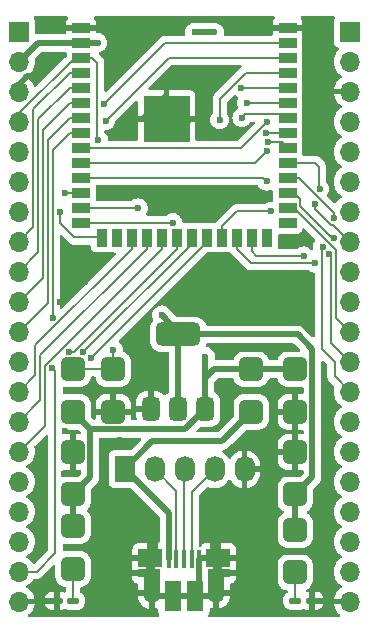
<source format=gtl>
%TF.GenerationSoftware,KiCad,Pcbnew,8.0.6-8.0.6-0~ubuntu24.04.1*%
%TF.CreationDate,2024-10-30T09:24:06+01:00*%
%TF.ProjectId,breakout_pcb,62726561-6b6f-4757-945f-7063622e6b69,rev?*%
%TF.SameCoordinates,Original*%
%TF.FileFunction,Copper,L1,Top*%
%TF.FilePolarity,Positive*%
%FSLAX46Y46*%
G04 Gerber Fmt 4.6, Leading zero omitted, Abs format (unit mm)*
G04 Created by KiCad (PCBNEW 8.0.6-8.0.6-0~ubuntu24.04.1) date 2024-10-30 09:24:06*
%MOMM*%
%LPD*%
G01*
G04 APERTURE LIST*
G04 Aperture macros list*
%AMRoundRect*
0 Rectangle with rounded corners*
0 $1 Rounding radius*
0 $2 $3 $4 $5 $6 $7 $8 $9 X,Y pos of 4 corners*
0 Add a 4 corners polygon primitive as box body*
4,1,4,$2,$3,$4,$5,$6,$7,$8,$9,$2,$3,0*
0 Add four circle primitives for the rounded corners*
1,1,$1+$1,$2,$3*
1,1,$1+$1,$4,$5*
1,1,$1+$1,$6,$7*
1,1,$1+$1,$8,$9*
0 Add four rect primitives between the rounded corners*
20,1,$1+$1,$2,$3,$4,$5,0*
20,1,$1+$1,$4,$5,$6,$7,0*
20,1,$1+$1,$6,$7,$8,$9,0*
20,1,$1+$1,$8,$9,$2,$3,0*%
G04 Aperture macros list end*
%TA.AperFunction,ComponentPad*%
%ADD10R,1.700000X1.700000*%
%TD*%
%TA.AperFunction,ComponentPad*%
%ADD11O,1.700000X1.700000*%
%TD*%
%TA.AperFunction,SMDPad,CuDef*%
%ADD12RoundRect,0.384616X-0.615384X0.615384X-0.615384X-0.615384X0.615384X-0.615384X0.615384X0.615384X0*%
%TD*%
%TA.AperFunction,ComponentPad*%
%ADD13R,1.700000X2.200000*%
%TD*%
%TA.AperFunction,ComponentPad*%
%ADD14O,1.700000X2.200000*%
%TD*%
%TA.AperFunction,SMDPad,CuDef*%
%ADD15RoundRect,0.125000X-0.375000X-0.125000X0.375000X-0.125000X0.375000X0.125000X-0.375000X0.125000X0*%
%TD*%
%TA.AperFunction,SMDPad,CuDef*%
%ADD16R,0.400000X1.650000*%
%TD*%
%TA.AperFunction,SMDPad,CuDef*%
%ADD17R,1.825000X0.700000*%
%TD*%
%TA.AperFunction,SMDPad,CuDef*%
%ADD18R,2.000000X1.500000*%
%TD*%
%TA.AperFunction,SMDPad,CuDef*%
%ADD19R,1.350000X2.000000*%
%TD*%
%TA.AperFunction,ComponentPad*%
%ADD20O,1.350000X1.700000*%
%TD*%
%TA.AperFunction,ComponentPad*%
%ADD21O,1.100000X1.500000*%
%TD*%
%TA.AperFunction,SMDPad,CuDef*%
%ADD22R,1.430000X2.500000*%
%TD*%
%TA.AperFunction,SMDPad,CuDef*%
%ADD23RoundRect,0.384616X0.615384X-0.615384X0.615384X0.615384X-0.615384X0.615384X-0.615384X-0.615384X0*%
%TD*%
%TA.AperFunction,SMDPad,CuDef*%
%ADD24RoundRect,0.125000X0.375000X0.125000X-0.375000X0.125000X-0.375000X-0.125000X0.375000X-0.125000X0*%
%TD*%
%TA.AperFunction,SMDPad,CuDef*%
%ADD25R,1.500000X0.900000*%
%TD*%
%TA.AperFunction,SMDPad,CuDef*%
%ADD26R,0.900000X1.500000*%
%TD*%
%TA.AperFunction,HeatsinkPad*%
%ADD27C,1.500000*%
%TD*%
%TA.AperFunction,HeatsinkPad*%
%ADD28C,2.000000*%
%TD*%
%TA.AperFunction,SMDPad,CuDef*%
%ADD29R,3.900000X3.900000*%
%TD*%
%TA.AperFunction,SMDPad,CuDef*%
%ADD30RoundRect,0.375000X0.375000X-0.625000X0.375000X0.625000X-0.375000X0.625000X-0.375000X-0.625000X0*%
%TD*%
%TA.AperFunction,SMDPad,CuDef*%
%ADD31RoundRect,0.500000X1.400000X-0.500000X1.400000X0.500000X-1.400000X0.500000X-1.400000X-0.500000X0*%
%TD*%
%TA.AperFunction,ViaPad*%
%ADD32C,0.600000*%
%TD*%
%TA.AperFunction,Conductor*%
%ADD33C,0.500000*%
%TD*%
%TA.AperFunction,Conductor*%
%ADD34C,0.200000*%
%TD*%
G04 APERTURE END LIST*
D10*
%TO.P,J2,1,Pin_1*%
%TO.N,/5v*%
X114170000Y-75700000D03*
D11*
%TO.P,J2,2,Pin_2*%
%TO.N,/3.3v*%
X114170000Y-78240000D03*
%TO.P,J2,3,Pin_3*%
%TO.N,GND*%
X114170000Y-80780000D03*
%TO.P,J2,4,Pin_4*%
%TO.N,/EN*%
X114170000Y-83320000D03*
%TO.P,J2,5,Pin_5*%
%TO.N,/IO1*%
X114170000Y-85860000D03*
%TO.P,J2,6,Pin_6*%
%TO.N,/IO2*%
X114170000Y-88400000D03*
%TO.P,J2,7,Pin_7*%
%TO.N,/IO3*%
X114170000Y-90940000D03*
%TO.P,J2,8,Pin_8*%
%TO.N,/IO4*%
X114170000Y-93480000D03*
%TO.P,J2,9,Pin_9*%
%TO.N,/IO5*%
X114170000Y-96020000D03*
%TO.P,J2,10,Pin_10*%
%TO.N,/IO6*%
X114170000Y-98560000D03*
%TO.P,J2,11,Pin_11*%
%TO.N,/IO7*%
X114170000Y-101100000D03*
%TO.P,J2,12,Pin_12*%
%TO.N,/IO8*%
X114170000Y-103640000D03*
%TO.P,J2,13,Pin_13*%
%TO.N,/IO9*%
X114170000Y-106180000D03*
%TO.P,J2,14,Pin_14*%
%TO.N,/IO10*%
X114170000Y-108720000D03*
%TO.P,J2,15,Pin_15*%
%TO.N,/IO11*%
X114170000Y-111260000D03*
%TO.P,J2,16,Pin_16*%
%TO.N,/IO12*%
X114170000Y-113800000D03*
%TO.P,J2,17,Pin_17*%
%TO.N,/IO13*%
X114170000Y-116340000D03*
%TO.P,J2,18,Pin_18*%
%TO.N,/IO14*%
X114170000Y-118880000D03*
%TO.P,J2,19,Pin_19*%
%TO.N,/IO15*%
X114170000Y-121420000D03*
%TO.P,J2,20,Pin_20*%
%TO.N,GND*%
X114170000Y-123960000D03*
%TD*%
D12*
%TO.P,C4,1*%
%TO.N,/EN*%
X122175000Y-104300000D03*
%TO.P,C4,2*%
%TO.N,GND*%
X122175000Y-107900000D03*
%TD*%
D13*
%TO.P,Mico_USB_Breakout1,1,Pin_1*%
%TO.N,Net-(J1-VBUS)*%
X123120000Y-112750000D03*
D14*
%TO.P,Mico_USB_Breakout1,2,Pin_2*%
%TO.N,/USB_D_N*%
X125660000Y-112750000D03*
%TO.P,Mico_USB_Breakout1,3,Pin_3*%
%TO.N,/USB_D_P*%
X128200000Y-112750000D03*
%TO.P,Mico_USB_Breakout1,4,Pin_4*%
%TO.N,unconnected-(J1-ID-Pad4)*%
X130740000Y-112750000D03*
%TO.P,Mico_USB_Breakout1,5,Pin_5*%
%TO.N,GND*%
X133280000Y-112750000D03*
%TD*%
D12*
%TO.P,R2,1*%
%TO.N,/5v*%
X118775000Y-117600000D03*
%TO.P,R2,2*%
%TO.N,Net-(D1-A)*%
X118775000Y-121200000D03*
%TD*%
D10*
%TO.P,J3,1,Pin_1*%
%TO.N,/5v*%
X142175000Y-75700000D03*
D11*
%TO.P,J3,2,Pin_2*%
%TO.N,/3.3v*%
X142175000Y-78240000D03*
%TO.P,J3,3,Pin_3*%
%TO.N,GND*%
X142175000Y-80780000D03*
%TO.P,J3,4,Pin_4*%
%TO.N,/IO16*%
X142175000Y-83320000D03*
%TO.P,J3,5,Pin_5*%
%TO.N,/IO17*%
X142175000Y-85860000D03*
%TO.P,J3,6,Pin_6*%
%TO.N,/IO18*%
X142175000Y-88400000D03*
%TO.P,J3,7,Pin_7*%
%TO.N,/IO21*%
X142175000Y-90940000D03*
%TO.P,J3,8,Pin_8*%
%TO.N,/IO38*%
X142175000Y-93480000D03*
%TO.P,J3,9,Pin_9*%
%TO.N,/IO47*%
X142175000Y-96020000D03*
%TO.P,J3,10,Pin_10*%
%TO.N,/IO48*%
X142175000Y-98560000D03*
%TO.P,J3,11,Pin_11*%
%TO.N,/IO35*%
X142175000Y-101100000D03*
%TO.P,J3,12,Pin_12*%
%TO.N,/IO36*%
X142175000Y-103640000D03*
%TO.P,J3,13,Pin_13*%
%TO.N,/IO37*%
X142175000Y-106180000D03*
%TO.P,J3,14,Pin_14*%
%TO.N,/IO39*%
X142175000Y-108720000D03*
%TO.P,J3,15,Pin_15*%
%TO.N,/IO40*%
X142175000Y-111260000D03*
%TO.P,J3,16,Pin_16*%
%TO.N,/IO41*%
X142175000Y-113800000D03*
%TO.P,J3,17,Pin_17*%
%TO.N,/IO42*%
X142175000Y-116340000D03*
%TO.P,J3,18,Pin_18*%
%TO.N,/IO43*%
X142175000Y-118880000D03*
%TO.P,J3,19,Pin_19*%
%TO.N,/IO44*%
X142175000Y-121420000D03*
%TO.P,J3,20,Pin_20*%
%TO.N,GND*%
X142175000Y-123960000D03*
%TD*%
D15*
%TO.P,D1,1,K*%
%TO.N,GND*%
X117375000Y-123900000D03*
%TO.P,D1,2,A*%
%TO.N,Net-(D1-A)*%
X118775000Y-123900000D03*
%TD*%
D16*
%TO.P,J1,1,VBUS*%
%TO.N,Net-(J1-VBUS)*%
X126845000Y-120370000D03*
%TO.P,J1,2,D-*%
%TO.N,/USB_D_N*%
X127495000Y-120370000D03*
%TO.P,J1,3,D+*%
%TO.N,/USB_D_P*%
X128145000Y-120370000D03*
%TO.P,J1,4,ID*%
%TO.N,unconnected-(J1-ID-Pad4)*%
X128795000Y-120370000D03*
%TO.P,J1,5,GND*%
%TO.N,GND*%
X129445000Y-120370000D03*
D17*
%TO.P,J1,6,Shield*%
X125195000Y-121570000D03*
D18*
X125295000Y-120270000D03*
D19*
X125415000Y-122320000D03*
D20*
X125415000Y-123250000D03*
D21*
X125725000Y-120250000D03*
D22*
X127185000Y-123520000D03*
X129105000Y-123520000D03*
D21*
X130565000Y-120250000D03*
D20*
X130875000Y-123250000D03*
D19*
X130895000Y-122320000D03*
D18*
X131045000Y-120250000D03*
D17*
X131145000Y-121570000D03*
%TD*%
D23*
%TO.P,F1,1*%
%TO.N,Net-(J1-VBUS)*%
X133850000Y-107900000D03*
%TO.P,F1,2*%
%TO.N,/5v*%
X133850000Y-104300000D03*
%TD*%
%TO.P,R1,1*%
%TO.N,/5v*%
X118775000Y-107900000D03*
%TO.P,R1,2*%
%TO.N,/EN*%
X118775000Y-104300000D03*
%TD*%
D12*
%TO.P,R3,1*%
%TO.N,/3.3v*%
X137575000Y-117900000D03*
%TO.P,R3,2*%
%TO.N,Net-(D2-A)*%
X137575000Y-121500000D03*
%TD*%
%TO.P,C2,1*%
%TO.N,/5v*%
X137575000Y-104300000D03*
%TO.P,C2,2*%
%TO.N,GND*%
X137575000Y-107900000D03*
%TD*%
D24*
%TO.P,D2,1,K*%
%TO.N,GND*%
X138975000Y-123900000D03*
%TO.P,D2,2,A*%
%TO.N,Net-(D2-A)*%
X137575000Y-123900000D03*
%TD*%
D23*
%TO.P,C1,1*%
%TO.N,/5v*%
X118775000Y-114900000D03*
%TO.P,C1,2*%
%TO.N,GND*%
X118775000Y-111300000D03*
%TD*%
%TO.P,C3,1*%
%TO.N,/3.3v*%
X137575000Y-114900000D03*
%TO.P,C3,2*%
%TO.N,GND*%
X137575000Y-111300000D03*
%TD*%
D25*
%TO.P,U2,1,GND*%
%TO.N,GND*%
X119425000Y-75390000D03*
%TO.P,U2,2,3V3*%
%TO.N,/3.3v*%
X119425000Y-76660000D03*
%TO.P,U2,3,EN*%
%TO.N,/EN*%
X119425000Y-77930000D03*
%TO.P,U2,4,IO4*%
%TO.N,/IO4*%
X119425000Y-79200000D03*
%TO.P,U2,5,IO5*%
%TO.N,/IO5*%
X119425000Y-80470000D03*
%TO.P,U2,6,IO6*%
%TO.N,/IO6*%
X119425000Y-81740000D03*
%TO.P,U2,7,IO7*%
%TO.N,/IO7*%
X119425000Y-83010000D03*
%TO.P,U2,8,IO15*%
%TO.N,/IO15*%
X119425000Y-84280000D03*
%TO.P,U2,9,IO16*%
%TO.N,/IO16*%
X119425000Y-85550000D03*
%TO.P,U2,10,IO17*%
%TO.N,/IO17*%
X119425000Y-86820000D03*
%TO.P,U2,11,IO18*%
%TO.N,/IO18*%
X119425000Y-88090000D03*
%TO.P,U2,12,IO8*%
%TO.N,/IO8*%
X119425000Y-89360000D03*
%TO.P,U2,13,IO19*%
%TO.N,/USB_D_N*%
X119425000Y-90630000D03*
%TO.P,U2,14,IO20*%
%TO.N,/USB_D_P*%
X119425000Y-91900000D03*
D26*
%TO.P,U2,15,IO3*%
%TO.N,/IO3*%
X121190000Y-93150000D03*
%TO.P,U2,16,IO46*%
%TO.N,/IO46*%
X122460000Y-93150000D03*
%TO.P,U2,17,IO9*%
%TO.N,/IO9*%
X123730000Y-93150000D03*
%TO.P,U2,18,IO10*%
%TO.N,/IO10*%
X125000000Y-93150000D03*
%TO.P,U2,19,IO11*%
%TO.N,/IO11*%
X126270000Y-93150000D03*
%TO.P,U2,20,IO12*%
%TO.N,/IO12*%
X127540000Y-93150000D03*
%TO.P,U2,21,IO13*%
%TO.N,/IO13*%
X128810000Y-93150000D03*
%TO.P,U2,22,IO14*%
%TO.N,/IO14*%
X130080000Y-93150000D03*
%TO.P,U2,23,IO21*%
%TO.N,/IO21*%
X131350000Y-93150000D03*
%TO.P,U2,24,IO47*%
%TO.N,/IO47*%
X132620000Y-93150000D03*
%TO.P,U2,25,IO48*%
%TO.N,/IO48*%
X133890000Y-93150000D03*
%TO.P,U2,26,IO45*%
%TO.N,/IO45*%
X135160000Y-93150000D03*
D25*
%TO.P,U2,27,IO0*%
%TO.N,/IO0*%
X136925000Y-91900000D03*
%TO.P,U2,28,IO35*%
%TO.N,/IO35*%
X136925000Y-90630000D03*
%TO.P,U2,29,IO36*%
%TO.N,/IO36*%
X136925000Y-89360000D03*
%TO.P,U2,30,IO37*%
%TO.N,/IO37*%
X136925000Y-88090000D03*
%TO.P,U2,31,IO38*%
%TO.N,/IO38*%
X136925000Y-86820000D03*
%TO.P,U2,32,IO39*%
%TO.N,/IO39*%
X136925000Y-85550000D03*
%TO.P,U2,33,IO40*%
%TO.N,/IO40*%
X136925000Y-84280000D03*
%TO.P,U2,34,IO41*%
%TO.N,/IO41*%
X136925000Y-83010000D03*
%TO.P,U2,35,IO42*%
%TO.N,/IO42*%
X136925000Y-81740000D03*
%TO.P,U2,36,RXD0*%
%TO.N,/IO44*%
X136925000Y-80470000D03*
%TO.P,U2,37,TXD0*%
%TO.N,/IO43*%
X136925000Y-79200000D03*
%TO.P,U2,38,IO2*%
%TO.N,/IO2*%
X136925000Y-77930000D03*
%TO.P,U2,39,IO1*%
%TO.N,/IO1*%
X136925000Y-76660000D03*
%TO.P,U2,40,GND*%
%TO.N,GND*%
X136925000Y-75390000D03*
D27*
%TO.P,U2,41,GND*%
X125665000Y-82070000D03*
D28*
X125875000Y-83940000D03*
D29*
X126675000Y-83110000D03*
D28*
X127605000Y-82190000D03*
D27*
X127715000Y-84070000D03*
%TD*%
D30*
%TO.P,U1,1,GND*%
%TO.N,GND*%
X125375000Y-107650000D03*
%TO.P,U1,2,VO*%
%TO.N,/3.3v*%
X127675000Y-107650000D03*
D31*
X127675000Y-101350000D03*
D30*
%TO.P,U1,3,VI*%
%TO.N,/5v*%
X129975000Y-107650000D03*
%TD*%
D32*
%TO.N,GND*%
X122150000Y-117375000D03*
X141050000Y-79525000D03*
X139475000Y-84625000D03*
X124000000Y-106000000D03*
X134075000Y-121050000D03*
X139900000Y-121175000D03*
X116000000Y-75500000D03*
X128700000Y-79725000D03*
X126550000Y-105975000D03*
X116100000Y-119050000D03*
X129445000Y-121725000D03*
X119775000Y-96875000D03*
X132200000Y-75575000D03*
X133425000Y-100175000D03*
X124200000Y-77575000D03*
X138225000Y-93225000D03*
X127400000Y-98575000D03*
X132750000Y-84550000D03*
X128650000Y-89175000D03*
X122200000Y-124275000D03*
X130675000Y-117050000D03*
X133425000Y-110250000D03*
X133900000Y-116950000D03*
X134200000Y-124200000D03*
X127875000Y-75500000D03*
X139400000Y-81900000D03*
X133875000Y-102475000D03*
X134125000Y-89700000D03*
X115250000Y-79500000D03*
X125150000Y-117275000D03*
X122225000Y-120875000D03*
X117975000Y-77650000D03*
X140975000Y-82050000D03*
X121775000Y-94800000D03*
X139350000Y-75725000D03*
X118075000Y-109500000D03*
X137350000Y-102525000D03*
X140050000Y-104350000D03*
X116000000Y-79225000D03*
X140475000Y-87225000D03*
X116175000Y-122625000D03*
X117675000Y-98625000D03*
X140125000Y-107675000D03*
X121675000Y-75550000D03*
X121975000Y-79800000D03*
X131725000Y-79250000D03*
X126575000Y-103275000D03*
X128650000Y-91675000D03*
X122025000Y-89400000D03*
X121925000Y-77850000D03*
X117950000Y-93600000D03*
X141050000Y-122700000D03*
X139350000Y-78575000D03*
X119950000Y-94100000D03*
X137400000Y-96325000D03*
X124350000Y-103275000D03*
X123175000Y-101875000D03*
X115275000Y-122700000D03*
X122225000Y-84300000D03*
X122725000Y-110300000D03*
X137550000Y-99975000D03*
X124375000Y-100675000D03*
X118000000Y-113125000D03*
X133450000Y-96225000D03*
X127000000Y-79775000D03*
X120450000Y-106075000D03*
X135150000Y-75650000D03*
%TO.N,/5v*%
X129975000Y-103225000D03*
%TO.N,/3.3v*%
X129050000Y-75750000D03*
X130725000Y-75750000D03*
X120850000Y-76650000D03*
X126265000Y-99700000D03*
%TO.N,/EN*%
X120900000Y-84850000D03*
X122175000Y-102625000D03*
%TO.N,/USB_D_N*%
X124300000Y-90625000D03*
%TO.N,/USB_D_P*%
X127225000Y-91889998D03*
%TO.N,/IO15*%
X117016765Y-104191765D03*
X117025000Y-99925000D03*
%TO.N,/IO14*%
X120291391Y-103305353D03*
%TO.N,/IO2*%
X121525000Y-83250000D03*
%TO.N,/IO8*%
X118050000Y-89350000D03*
%TO.N,/IO13*%
X119646264Y-102832263D03*
%TO.N,/IO1*%
X121400000Y-81825000D03*
%TO.N,/IO12*%
X118408526Y-102800001D03*
%TO.N,/IO3*%
X117625000Y-90950000D03*
%TO.N,/IO44*%
X132975000Y-80475000D03*
%TO.N,/IO36*%
X140425000Y-94506765D03*
X140859646Y-93176116D03*
%TO.N,/IO21*%
X135500000Y-90925000D03*
%TO.N,/IO41*%
X133049265Y-82999265D03*
%TO.N,/IO18*%
X135150000Y-88375000D03*
%TO.N,/IO42*%
X133450000Y-81750000D03*
%TO.N,/IO39*%
X135227060Y-85053717D03*
%TO.N,/IO38*%
X139222207Y-90275735D03*
X139643527Y-89000000D03*
%TO.N,/IO37*%
X139894461Y-93907991D03*
X140849265Y-91475735D03*
%TO.N,/IO47*%
X139225000Y-95300000D03*
%TO.N,/IO48*%
X138275000Y-94700000D03*
%TO.N,/IO40*%
X135086765Y-84261765D03*
%TO.N,/IO16*%
X135175000Y-83325000D03*
%TO.N,/IO43*%
X131175000Y-83174265D03*
%TO.N,/IO17*%
X135150000Y-85850000D03*
%TD*%
D33*
%TO.N,GND*%
X127185000Y-123520000D02*
X125685000Y-123520000D01*
X129445000Y-123180000D02*
X129445000Y-121725000D01*
X114175000Y-80200000D02*
X114875000Y-79500000D01*
X129105000Y-123520000D02*
X130605000Y-123520000D01*
X129445000Y-121725000D02*
X129445000Y-120370000D01*
X127185000Y-123520000D02*
X129105000Y-123520000D01*
D34*
X130605000Y-123520000D02*
X130875000Y-123250000D01*
X125685000Y-123520000D02*
X125415000Y-123250000D01*
D33*
X129105000Y-123520000D02*
X129445000Y-123180000D01*
X114175000Y-80780000D02*
X114175000Y-80200000D01*
X114875000Y-79500000D02*
X115250000Y-79500000D01*
D34*
%TO.N,Net-(D1-A)*%
X118775000Y-121200000D02*
X118775000Y-123900000D01*
%TO.N,Net-(D2-A)*%
X137575000Y-121500000D02*
X137575000Y-123900000D01*
D33*
%TO.N,Net-(J1-VBUS)*%
X126845000Y-116470000D02*
X126845000Y-120370000D01*
X123125000Y-112750000D02*
X125475000Y-110400000D01*
X131347500Y-110400000D02*
X133847500Y-107900000D01*
X125475000Y-110400000D02*
X131347500Y-110400000D01*
X123125000Y-112750000D02*
X126845000Y-116470000D01*
D34*
%TO.N,unconnected-(J1-ID-Pad4)*%
X128795000Y-120370000D02*
X128795000Y-114700000D01*
X128795000Y-114700000D02*
X130745000Y-112750000D01*
D33*
%TO.N,/5v*%
X130725000Y-104300000D02*
X129975000Y-105050000D01*
X120225000Y-109350000D02*
X118775000Y-107900000D01*
X133847500Y-104300000D02*
X130725000Y-104300000D01*
X133847500Y-104300000D02*
X137575000Y-104300000D01*
X120225000Y-109350000D02*
X128275000Y-109350000D01*
X128275000Y-109350000D02*
X129975000Y-107650000D01*
X129975000Y-105050000D02*
X129975000Y-107650000D01*
X120225000Y-113450000D02*
X120225000Y-109350000D01*
X118775000Y-114900000D02*
X118775000Y-117900000D01*
X129975000Y-105050000D02*
X129975000Y-103225000D01*
X118775000Y-114900000D02*
X120225000Y-113450000D01*
%TO.N,/3.3v*%
X127675000Y-101350000D02*
X127675000Y-101110000D01*
X120850000Y-76650000D02*
X119425000Y-76650000D01*
X127675000Y-101110000D02*
X126265000Y-99700000D01*
X127675000Y-101350000D02*
X137775000Y-101350000D01*
X115765000Y-76650000D02*
X114175000Y-78240000D01*
X137775000Y-101350000D02*
X139025000Y-102600000D01*
X139025000Y-113450000D02*
X137575000Y-114900000D01*
X127675000Y-107650000D02*
X127675000Y-101350000D01*
X119425000Y-76650000D02*
X115765000Y-76650000D01*
X139025000Y-102600000D02*
X139025000Y-113450000D01*
X137575000Y-117900000D02*
X137575000Y-114900000D01*
X129050000Y-75750000D02*
X130725000Y-75750000D01*
D34*
%TO.N,/EN*%
X122175000Y-104300000D02*
X118775000Y-104300000D01*
X120900000Y-84850000D02*
X120800000Y-84750000D01*
X120375000Y-77920000D02*
X119425000Y-77920000D01*
X122175000Y-102625000D02*
X122175000Y-104300000D01*
X114175000Y-82640000D02*
X114175000Y-83320000D01*
X119425000Y-77920000D02*
X118895000Y-77920000D01*
X120800000Y-84750000D02*
X120800000Y-78345000D01*
X118895000Y-77920000D02*
X114175000Y-82640000D01*
X120800000Y-78345000D02*
X120375000Y-77920000D01*
%TO.N,/USB_D_N*%
X124300000Y-90625000D02*
X123850000Y-90625000D01*
X125665000Y-112750000D02*
X127495000Y-114580000D01*
X123845000Y-90620000D02*
X119425000Y-90620000D01*
X123850000Y-90625000D02*
X123845000Y-90620000D01*
X127495000Y-114580000D02*
X127495000Y-120370000D01*
%TO.N,/USB_D_P*%
X127224998Y-91890000D02*
X119425000Y-91890000D01*
X128145000Y-120370000D02*
X128145000Y-112810000D01*
X127225000Y-91889998D02*
X127224998Y-91890000D01*
X128145000Y-112810000D02*
X128205000Y-112750000D01*
%TO.N,/IO10*%
X125000000Y-94090000D02*
X115975000Y-103115000D01*
X115975000Y-103115000D02*
X115975000Y-106920000D01*
X115975000Y-106920000D02*
X114175000Y-108720000D01*
X125000000Y-93140000D02*
X125000000Y-94090000D01*
%TO.N,/IO4*%
X115400000Y-92255000D02*
X114175000Y-93480000D01*
X118475000Y-79190000D02*
X115400000Y-82265000D01*
X119425000Y-79190000D02*
X118475000Y-79190000D01*
X115400000Y-82265000D02*
X115400000Y-92255000D01*
%TO.N,/IO15*%
X117275000Y-104450000D02*
X117016765Y-104191765D01*
X117275000Y-119825000D02*
X117275000Y-104450000D01*
X115680000Y-121420000D02*
X117275000Y-119825000D01*
X114175000Y-121420000D02*
X115680000Y-121420000D01*
X118475000Y-84270000D02*
X117025000Y-85720000D01*
X119425000Y-84270000D02*
X118475000Y-84270000D01*
X117025000Y-85720000D02*
X117025000Y-99925000D01*
%TO.N,/IO9*%
X123730000Y-94090000D02*
X115575000Y-102245000D01*
X123730000Y-93140000D02*
X123730000Y-94090000D01*
X115575000Y-104780000D02*
X114175000Y-106180000D01*
X115575000Y-102245000D02*
X115575000Y-104780000D01*
%TO.N,/IO6*%
X116200000Y-96535000D02*
X114175000Y-98560000D01*
X118475000Y-81730000D02*
X116200000Y-84005000D01*
X119425000Y-81730000D02*
X118475000Y-81730000D01*
X116200000Y-84005000D02*
X116200000Y-96535000D01*
%TO.N,/IO14*%
X130080000Y-93140000D02*
X130080000Y-93516744D01*
X130080000Y-93516744D02*
X120291391Y-103305353D01*
%TO.N,/IO5*%
X115800000Y-94395000D02*
X114175000Y-96020000D01*
X115800000Y-83135000D02*
X115800000Y-94395000D01*
X119425000Y-80460000D02*
X118475000Y-80460000D01*
X118475000Y-80460000D02*
X115800000Y-83135000D01*
%TO.N,/IO2*%
X126855000Y-77920000D02*
X121525000Y-83250000D01*
X136925000Y-77920000D02*
X126855000Y-77920000D01*
%TO.N,/IO8*%
X118050000Y-89350000D02*
X119425000Y-89350000D01*
%TO.N,/IO13*%
X128810000Y-93668527D02*
X119646264Y-102832263D01*
X128810000Y-93140000D02*
X128810000Y-93668527D01*
%TO.N,/IO1*%
X126575000Y-76650000D02*
X121400000Y-81825000D01*
X136925000Y-76650000D02*
X126575000Y-76650000D01*
%TO.N,/IO11*%
X116375000Y-109060000D02*
X114175000Y-111260000D01*
X126270000Y-94090000D02*
X116375000Y-103985000D01*
X126270000Y-93140000D02*
X126270000Y-94090000D01*
X116375000Y-103985000D02*
X116375000Y-109060000D01*
%TO.N,/IO12*%
X127540000Y-94090000D02*
X118829999Y-102800001D01*
X118829999Y-102800001D02*
X118408526Y-102800001D01*
X127540000Y-93140000D02*
X127540000Y-94090000D01*
%TO.N,/IO7*%
X118475000Y-83000000D02*
X116625000Y-84850000D01*
X119425000Y-83000000D02*
X118475000Y-83000000D01*
X116625000Y-98650000D02*
X114175000Y-101100000D01*
X116625000Y-84850000D02*
X116625000Y-98650000D01*
%TO.N,/IO3*%
X121190000Y-93140000D02*
X118875000Y-93140000D01*
X117625000Y-91890000D02*
X117625000Y-90950000D01*
X118875000Y-93140000D02*
X117625000Y-91890000D01*
%TO.N,/IO44*%
X132975000Y-80475000D02*
X132990000Y-80460000D01*
X132990000Y-80460000D02*
X136925000Y-80460000D01*
%TO.N,/IO35*%
X141025000Y-94190000D02*
X141025000Y-99950000D01*
X137455000Y-90620000D02*
X141025000Y-94190000D01*
X141025000Y-99950000D02*
X142175000Y-101100000D01*
X136925000Y-90620000D02*
X137455000Y-90620000D01*
%TO.N,/IO36*%
X140625000Y-102090000D02*
X142175000Y-103640000D01*
X140625000Y-94706765D02*
X140625000Y-102090000D01*
X137975000Y-89870000D02*
X137975000Y-90450000D01*
X137455000Y-89350000D02*
X137975000Y-89870000D01*
X137975000Y-90450000D02*
X140701116Y-93176116D01*
X140701116Y-93176116D02*
X140859646Y-93176116D01*
X136925000Y-89350000D02*
X137455000Y-89350000D01*
X140425000Y-94506765D02*
X140625000Y-94706765D01*
%TO.N,/IO21*%
X135500000Y-90925000D02*
X132615000Y-90925000D01*
X132615000Y-90925000D02*
X131350000Y-92190000D01*
X131350000Y-92190000D02*
X131350000Y-93140000D01*
%TO.N,/IO41*%
X136650000Y-82725000D02*
X136925000Y-83000000D01*
X133323530Y-82725000D02*
X136650000Y-82725000D01*
X133049265Y-82999265D02*
X133323530Y-82725000D01*
%TO.N,/IO18*%
X119425000Y-88080000D02*
X134855000Y-88080000D01*
X134855000Y-88080000D02*
X135150000Y-88375000D01*
%TO.N,/IO42*%
X133450000Y-81750000D02*
X133470000Y-81730000D01*
X133470000Y-81730000D02*
X136925000Y-81730000D01*
%TO.N,/IO39*%
X136438717Y-85053717D02*
X136925000Y-85540000D01*
X135227060Y-85053717D02*
X136438717Y-85053717D01*
%TO.N,/IO38*%
X142175000Y-93480000D02*
X140770735Y-92075735D01*
X139225000Y-86800000D02*
X136935000Y-86800000D01*
X139575000Y-87150000D02*
X139225000Y-86800000D01*
X139643527Y-89000000D02*
X139575000Y-88931473D01*
X136935000Y-86800000D02*
X136925000Y-86810000D01*
X140600736Y-92075735D02*
X139222207Y-90697206D01*
X139222207Y-90697206D02*
X139222207Y-90275735D01*
X140770735Y-92075735D02*
X140600736Y-92075735D01*
X139575000Y-88931473D02*
X139575000Y-87150000D01*
%TO.N,/IO37*%
X139825000Y-93977452D02*
X139825000Y-102622182D01*
X137875000Y-88080000D02*
X140849265Y-91054265D01*
X140900000Y-103697182D02*
X140900000Y-104905000D01*
X140900000Y-104905000D02*
X142175000Y-106180000D01*
X139825000Y-102622182D02*
X140900000Y-103697182D01*
X140849265Y-91054265D02*
X140849265Y-91475735D01*
X139894461Y-93907991D02*
X139825000Y-93977452D01*
X136925000Y-88080000D02*
X137875000Y-88080000D01*
%TO.N,/IO47*%
X132620000Y-93140000D02*
X132620000Y-94090000D01*
X132620000Y-94090000D02*
X133830000Y-95300000D01*
X133830000Y-95300000D02*
X139225000Y-95300000D01*
%TO.N,/IO48*%
X133890000Y-94315000D02*
X134275000Y-94700000D01*
X133890000Y-93140000D02*
X133890000Y-94315000D01*
X134275000Y-94700000D02*
X138275000Y-94700000D01*
%TO.N,/IO40*%
X136916765Y-84261765D02*
X136925000Y-84270000D01*
X135086765Y-84261765D02*
X136916765Y-84261765D01*
%TO.N,/IO16*%
X119425000Y-85540000D02*
X132960000Y-85540000D01*
X132960000Y-85540000D02*
X135175000Y-83325000D01*
%TO.N,/IO43*%
X131175000Y-81426471D02*
X131175000Y-83174265D01*
X133411471Y-79190000D02*
X131175000Y-81426471D01*
X136925000Y-79190000D02*
X133411471Y-79190000D01*
%TO.N,/IO17*%
X135150000Y-85850000D02*
X134190000Y-86810000D01*
X134190000Y-86810000D02*
X119425000Y-86810000D01*
%TD*%
%TA.AperFunction,Conductor*%
%TO.N,GND*%
G36*
X124480809Y-110120185D02*
G01*
X124526564Y-110172989D01*
X124536508Y-110242147D01*
X124507483Y-110305703D01*
X124501451Y-110312181D01*
X123700449Y-111113181D01*
X123639126Y-111146666D01*
X123612768Y-111149500D01*
X122222129Y-111149500D01*
X122222123Y-111149501D01*
X122162516Y-111155908D01*
X122027671Y-111206202D01*
X122027664Y-111206206D01*
X121912455Y-111292452D01*
X121912452Y-111292455D01*
X121826206Y-111407664D01*
X121826202Y-111407671D01*
X121775908Y-111542517D01*
X121769501Y-111602116D01*
X121769500Y-111602135D01*
X121769500Y-113897870D01*
X121769501Y-113897876D01*
X121775908Y-113957483D01*
X121826202Y-114092328D01*
X121826206Y-114092335D01*
X121912452Y-114207544D01*
X121912455Y-114207547D01*
X122027664Y-114293793D01*
X122027671Y-114293797D01*
X122162517Y-114344091D01*
X122162516Y-114344091D01*
X122169444Y-114344835D01*
X122222127Y-114350500D01*
X123612769Y-114350499D01*
X123679808Y-114370184D01*
X123700450Y-114386818D01*
X126058181Y-116744548D01*
X126091666Y-116805871D01*
X126094500Y-116832229D01*
X126094500Y-118896000D01*
X126074815Y-118963039D01*
X126022011Y-119008794D01*
X125976251Y-119018748D01*
X125975000Y-119020000D01*
X125975000Y-119840382D01*
X125924554Y-119789936D01*
X125850445Y-119747149D01*
X125767787Y-119725000D01*
X125682213Y-119725000D01*
X125599555Y-119747149D01*
X125525446Y-119789936D01*
X125464936Y-119850446D01*
X125422149Y-119924555D01*
X125400000Y-120007213D01*
X125400000Y-120492787D01*
X125422149Y-120575445D01*
X125464936Y-120649554D01*
X125525446Y-120710064D01*
X125545000Y-120721353D01*
X125545000Y-120777000D01*
X125546662Y-120778662D01*
X125608039Y-120796685D01*
X125653794Y-120849489D01*
X125665000Y-120901000D01*
X125665000Y-122755025D01*
X125629905Y-122719930D01*
X125550095Y-122673852D01*
X125461078Y-122650000D01*
X125368922Y-122650000D01*
X125279905Y-122673852D01*
X125200095Y-122719930D01*
X125165000Y-122755025D01*
X125165000Y-122463000D01*
X125069000Y-122463000D01*
X125001961Y-122443315D01*
X124956206Y-122390511D01*
X124945000Y-122339000D01*
X124945000Y-121820000D01*
X123782500Y-121820000D01*
X123782500Y-121967844D01*
X123788901Y-122027372D01*
X123788903Y-122027379D01*
X123839145Y-122162086D01*
X123839149Y-122162093D01*
X123925309Y-122277187D01*
X123925312Y-122277190D01*
X124040406Y-122363350D01*
X124040413Y-122363354D01*
X124159333Y-122407708D01*
X124215267Y-122449579D01*
X124239684Y-122515043D01*
X124240000Y-122523890D01*
X124240000Y-123000000D01*
X125065000Y-123000000D01*
X125065000Y-123500000D01*
X124240000Y-123500000D01*
X124240000Y-123517473D01*
X124268933Y-123700147D01*
X124326083Y-123876040D01*
X124326084Y-123876043D01*
X124410052Y-124040837D01*
X124518754Y-124190454D01*
X124518758Y-124190459D01*
X124649540Y-124321241D01*
X124649545Y-124321245D01*
X124799162Y-124429947D01*
X124963956Y-124513915D01*
X124963959Y-124513916D01*
X125139845Y-124571064D01*
X125139858Y-124571067D01*
X125165000Y-124575049D01*
X125165000Y-123744975D01*
X125200095Y-123780070D01*
X125279905Y-123826148D01*
X125368922Y-123850000D01*
X125461078Y-123850000D01*
X125550095Y-123826148D01*
X125629905Y-123780070D01*
X125665000Y-123744975D01*
X125665000Y-124575048D01*
X125690141Y-124571067D01*
X125690154Y-124571064D01*
X125807682Y-124532878D01*
X125877523Y-124530883D01*
X125937356Y-124566964D01*
X125968184Y-124629665D01*
X125970000Y-124650809D01*
X125970000Y-124817844D01*
X125976401Y-124877372D01*
X125976403Y-124877379D01*
X126026645Y-125012086D01*
X126026647Y-125012089D01*
X126055917Y-125051188D01*
X126080335Y-125116652D01*
X126065484Y-125184925D01*
X126016080Y-125234331D01*
X125956651Y-125249500D01*
X115075333Y-125249500D01*
X115008294Y-125229815D01*
X114962539Y-125177011D01*
X114952595Y-125107853D01*
X114981620Y-125044297D01*
X115004209Y-125023926D01*
X115041078Y-124998109D01*
X115208105Y-124831082D01*
X115343600Y-124637578D01*
X115443429Y-124423492D01*
X115443432Y-124423486D01*
X115500636Y-124210000D01*
X114603012Y-124210000D01*
X114635925Y-124152993D01*
X114636727Y-124150000D01*
X116385474Y-124150000D01*
X116421843Y-124275185D01*
X116421845Y-124275191D01*
X116502226Y-124411108D01*
X116502232Y-124411116D01*
X116613883Y-124522767D01*
X116613891Y-124522773D01*
X116749811Y-124603155D01*
X116749814Y-124603156D01*
X116901446Y-124647210D01*
X116901452Y-124647211D01*
X116936881Y-124649999D01*
X116936894Y-124650000D01*
X117125000Y-124650000D01*
X117125000Y-124150000D01*
X116385474Y-124150000D01*
X114636727Y-124150000D01*
X114670000Y-124025826D01*
X114670000Y-123894174D01*
X114635925Y-123767007D01*
X114603012Y-123710000D01*
X115500636Y-123710000D01*
X115500635Y-123709999D01*
X115484558Y-123649999D01*
X116385474Y-123649999D01*
X116385474Y-123650000D01*
X117125000Y-123650000D01*
X117125000Y-123150000D01*
X116936881Y-123150000D01*
X116901452Y-123152788D01*
X116901446Y-123152789D01*
X116749814Y-123196843D01*
X116749811Y-123196844D01*
X116613891Y-123277226D01*
X116613883Y-123277232D01*
X116502232Y-123388883D01*
X116502226Y-123388891D01*
X116421845Y-123524808D01*
X116421843Y-123524814D01*
X116385474Y-123649999D01*
X115484558Y-123649999D01*
X115443432Y-123496513D01*
X115443429Y-123496507D01*
X115343600Y-123282422D01*
X115343599Y-123282420D01*
X115208113Y-123088926D01*
X115208108Y-123088920D01*
X115041078Y-122921890D01*
X114855405Y-122791879D01*
X114811780Y-122737302D01*
X114804588Y-122667804D01*
X114836110Y-122605449D01*
X114855406Y-122588730D01*
X115041401Y-122458495D01*
X115208495Y-122291401D01*
X115344035Y-122097830D01*
X115346707Y-122092097D01*
X115392878Y-122039658D01*
X115459091Y-122020500D01*
X115593331Y-122020500D01*
X115593347Y-122020501D01*
X115600943Y-122020501D01*
X115759054Y-122020501D01*
X115759057Y-122020501D01*
X115911785Y-121979577D01*
X115961904Y-121950639D01*
X116048716Y-121900520D01*
X116160520Y-121788716D01*
X116160520Y-121788714D01*
X116170728Y-121778507D01*
X116170729Y-121778504D01*
X117062820Y-120886414D01*
X117124142Y-120852930D01*
X117193834Y-120857914D01*
X117249767Y-120899786D01*
X117274184Y-120965250D01*
X117274500Y-120974096D01*
X117274500Y-121877333D01*
X117280581Y-121954606D01*
X117280582Y-121954609D01*
X117328738Y-122134328D01*
X117413207Y-122300108D01*
X117428559Y-122319066D01*
X117530296Y-122444703D01*
X117595510Y-122497511D01*
X117674892Y-122561793D01*
X117840672Y-122646262D01*
X118020391Y-122694418D01*
X118060228Y-122697553D01*
X118125517Y-122722436D01*
X118166988Y-122778667D01*
X118174500Y-122821171D01*
X118174500Y-123083503D01*
X118154815Y-123150542D01*
X118102011Y-123196297D01*
X118032853Y-123206241D01*
X118001258Y-123197307D01*
X118000186Y-123196843D01*
X117848553Y-123152789D01*
X117848547Y-123152788D01*
X117813118Y-123150000D01*
X117625000Y-123150000D01*
X117625000Y-124650000D01*
X117813106Y-124650000D01*
X117813118Y-124649999D01*
X117848547Y-124647211D01*
X117848553Y-124647210D01*
X118000186Y-124603156D01*
X118000187Y-124603156D01*
X118011380Y-124596536D01*
X118079103Y-124579349D01*
X118137629Y-124596532D01*
X118149610Y-124603618D01*
X118301373Y-124647709D01*
X118336837Y-124650500D01*
X119213162Y-124650499D01*
X119248627Y-124647709D01*
X119400390Y-124603618D01*
X119536420Y-124523170D01*
X119648170Y-124411420D01*
X119728618Y-124275390D01*
X119772709Y-124123627D01*
X119775500Y-124088163D01*
X119775499Y-123711838D01*
X119772709Y-123676373D01*
X119728618Y-123524610D01*
X119676804Y-123436998D01*
X119648172Y-123388583D01*
X119648165Y-123388574D01*
X119536425Y-123276834D01*
X119536422Y-123276832D01*
X119536420Y-123276830D01*
X119436378Y-123217665D01*
X119388695Y-123166595D01*
X119375500Y-123110933D01*
X119375500Y-122821171D01*
X119395185Y-122754132D01*
X119447989Y-122708377D01*
X119489771Y-122697553D01*
X119529609Y-122694418D01*
X119709328Y-122646262D01*
X119875108Y-122561793D01*
X120019703Y-122444703D01*
X120136793Y-122300108D01*
X120221262Y-122134328D01*
X120269418Y-121954609D01*
X120275500Y-121877328D01*
X120275500Y-121172171D01*
X123782500Y-121172171D01*
X123782500Y-121320000D01*
X124945000Y-121320000D01*
X124945000Y-120801000D01*
X124964685Y-120733961D01*
X125017489Y-120688206D01*
X125038327Y-120683672D01*
X125045000Y-120677000D01*
X125045000Y-120520000D01*
X123795000Y-120520000D01*
X123795000Y-121071148D01*
X123794306Y-121071148D01*
X123789172Y-121104721D01*
X123790685Y-121105079D01*
X123788901Y-121112624D01*
X123782500Y-121172171D01*
X120275500Y-121172171D01*
X120275500Y-120522672D01*
X120269418Y-120445391D01*
X120221262Y-120265672D01*
X120136793Y-120099892D01*
X120064977Y-120011206D01*
X120019703Y-119955296D01*
X119930421Y-119882998D01*
X119875108Y-119838207D01*
X119709328Y-119753738D01*
X119553662Y-119712027D01*
X119529606Y-119705581D01*
X119452333Y-119699500D01*
X119452328Y-119699500D01*
X118097672Y-119699500D01*
X118097666Y-119699500D01*
X118014724Y-119706028D01*
X118014633Y-119704884D01*
X117951090Y-119697514D01*
X117897056Y-119653219D01*
X117875546Y-119586743D01*
X117875500Y-119583354D01*
X117875500Y-119472155D01*
X123795000Y-119472155D01*
X123795000Y-120020000D01*
X125045000Y-120020000D01*
X125045000Y-119020000D01*
X124247155Y-119020000D01*
X124187627Y-119026401D01*
X124187620Y-119026403D01*
X124052913Y-119076645D01*
X124052906Y-119076649D01*
X123937812Y-119162809D01*
X123937809Y-119162812D01*
X123851649Y-119277906D01*
X123851645Y-119277913D01*
X123801403Y-119412620D01*
X123801401Y-119412627D01*
X123795000Y-119472155D01*
X117875500Y-119472155D01*
X117875500Y-119216645D01*
X117895185Y-119149606D01*
X117947989Y-119103851D01*
X118014701Y-119094258D01*
X118014724Y-119093972D01*
X118015997Y-119094072D01*
X118017147Y-119093907D01*
X118020374Y-119094416D01*
X118020387Y-119094417D01*
X118020391Y-119094418D01*
X118097672Y-119100500D01*
X118097680Y-119100500D01*
X119452320Y-119100500D01*
X119452328Y-119100500D01*
X119529609Y-119094418D01*
X119709328Y-119046262D01*
X119875108Y-118961793D01*
X120019703Y-118844703D01*
X120136793Y-118700108D01*
X120221262Y-118534328D01*
X120269418Y-118354609D01*
X120275500Y-118277328D01*
X120275500Y-116922672D01*
X120269418Y-116845391D01*
X120221262Y-116665672D01*
X120136793Y-116499892D01*
X120019703Y-116355297D01*
X120008675Y-116346367D01*
X119968963Y-116288881D01*
X119966634Y-116219050D01*
X120002429Y-116159046D01*
X120008668Y-116153638D01*
X120019703Y-116144703D01*
X120136793Y-116000108D01*
X120221262Y-115834328D01*
X120269418Y-115654609D01*
X120275500Y-115577328D01*
X120275500Y-114512229D01*
X120295185Y-114445190D01*
X120311819Y-114424548D01*
X120549574Y-114186793D01*
X120807952Y-113928415D01*
X120840440Y-113879792D01*
X120890084Y-113805495D01*
X120933177Y-113701459D01*
X120946659Y-113668912D01*
X120975500Y-113523917D01*
X120975500Y-113376082D01*
X120975500Y-110224500D01*
X120995185Y-110157461D01*
X121047989Y-110111706D01*
X121099500Y-110100500D01*
X124413770Y-110100500D01*
X124480809Y-110120185D01*
G37*
%TD.AperFunction*%
%TA.AperFunction,Conductor*%
G36*
X139980703Y-103627566D02*
G01*
X139987181Y-103633598D01*
X140263181Y-103909598D01*
X140296666Y-103970921D01*
X140299500Y-103997279D01*
X140299500Y-104818330D01*
X140299499Y-104818348D01*
X140299499Y-104984054D01*
X140299498Y-104984054D01*
X140318403Y-105054609D01*
X140340423Y-105136785D01*
X140343669Y-105142406D01*
X140365084Y-105179498D01*
X140365086Y-105179501D01*
X140419479Y-105273714D01*
X140419481Y-105273717D01*
X140538349Y-105392585D01*
X140538355Y-105392590D01*
X140842233Y-105696468D01*
X140875718Y-105757791D01*
X140874327Y-105816241D01*
X140839939Y-105944583D01*
X140839936Y-105944596D01*
X140819341Y-106179999D01*
X140819341Y-106180000D01*
X140839936Y-106415403D01*
X140839938Y-106415413D01*
X140901094Y-106643655D01*
X140901096Y-106643659D01*
X140901097Y-106643663D01*
X140974078Y-106800171D01*
X141000965Y-106857830D01*
X141000967Y-106857834D01*
X141076477Y-106965672D01*
X141136501Y-107051396D01*
X141136506Y-107051402D01*
X141303597Y-107218493D01*
X141303603Y-107218498D01*
X141489158Y-107348425D01*
X141532783Y-107403002D01*
X141539977Y-107472500D01*
X141508454Y-107534855D01*
X141489158Y-107551575D01*
X141303597Y-107681505D01*
X141136505Y-107848597D01*
X141000965Y-108042169D01*
X141000964Y-108042171D01*
X140901098Y-108256335D01*
X140901094Y-108256344D01*
X140839938Y-108484586D01*
X140839936Y-108484596D01*
X140819341Y-108719999D01*
X140819341Y-108720000D01*
X140839936Y-108955403D01*
X140839938Y-108955413D01*
X140901094Y-109183655D01*
X140901096Y-109183659D01*
X140901097Y-109183663D01*
X140981270Y-109355594D01*
X141000965Y-109397830D01*
X141000967Y-109397834D01*
X141076897Y-109506272D01*
X141136501Y-109591396D01*
X141136506Y-109591402D01*
X141303597Y-109758493D01*
X141303603Y-109758498D01*
X141489158Y-109888425D01*
X141532783Y-109943002D01*
X141539977Y-110012500D01*
X141508454Y-110074855D01*
X141489158Y-110091575D01*
X141303597Y-110221505D01*
X141136505Y-110388597D01*
X141000965Y-110582169D01*
X141000964Y-110582171D01*
X140901098Y-110796335D01*
X140901094Y-110796344D01*
X140839938Y-111024586D01*
X140839936Y-111024596D01*
X140819341Y-111259999D01*
X140819341Y-111260000D01*
X140839936Y-111495403D01*
X140839938Y-111495413D01*
X140901094Y-111723655D01*
X140901096Y-111723659D01*
X140901097Y-111723663D01*
X140961079Y-111852295D01*
X141000965Y-111937830D01*
X141000967Y-111937834D01*
X141087564Y-112061506D01*
X141136501Y-112131396D01*
X141136506Y-112131402D01*
X141303597Y-112298493D01*
X141303603Y-112298498D01*
X141489158Y-112428425D01*
X141532783Y-112483002D01*
X141539977Y-112552500D01*
X141508454Y-112614855D01*
X141489158Y-112631575D01*
X141303597Y-112761505D01*
X141136505Y-112928597D01*
X141000965Y-113122169D01*
X141000964Y-113122171D01*
X140901098Y-113336335D01*
X140901094Y-113336344D01*
X140839938Y-113564586D01*
X140839936Y-113564596D01*
X140819341Y-113799999D01*
X140819341Y-113800000D01*
X140839936Y-114035403D01*
X140839938Y-114035413D01*
X140901094Y-114263655D01*
X140901096Y-114263659D01*
X140901097Y-114263663D01*
X140976119Y-114424548D01*
X141000965Y-114477830D01*
X141000967Y-114477834D01*
X141076897Y-114586272D01*
X141136501Y-114671396D01*
X141136506Y-114671402D01*
X141303597Y-114838493D01*
X141303603Y-114838498D01*
X141489158Y-114968425D01*
X141532783Y-115023002D01*
X141539977Y-115092500D01*
X141508454Y-115154855D01*
X141489158Y-115171575D01*
X141303597Y-115301505D01*
X141136505Y-115468597D01*
X141000965Y-115662169D01*
X141000964Y-115662171D01*
X140901098Y-115876335D01*
X140901094Y-115876344D01*
X140839938Y-116104586D01*
X140839936Y-116104596D01*
X140819341Y-116339999D01*
X140819341Y-116340000D01*
X140839936Y-116575403D01*
X140839938Y-116575413D01*
X140901094Y-116803655D01*
X140901096Y-116803659D01*
X140901097Y-116803663D01*
X140956589Y-116922666D01*
X141000965Y-117017830D01*
X141000967Y-117017834D01*
X141076897Y-117126272D01*
X141136501Y-117211396D01*
X141136506Y-117211402D01*
X141303597Y-117378493D01*
X141303603Y-117378498D01*
X141489158Y-117508425D01*
X141532783Y-117563002D01*
X141539977Y-117632500D01*
X141508454Y-117694855D01*
X141489158Y-117711575D01*
X141303597Y-117841505D01*
X141136505Y-118008597D01*
X141000965Y-118202169D01*
X141000964Y-118202171D01*
X140901098Y-118416335D01*
X140901094Y-118416344D01*
X140839938Y-118644586D01*
X140839936Y-118644596D01*
X140819341Y-118879999D01*
X140819341Y-118880000D01*
X140839936Y-119115403D01*
X140839938Y-119115413D01*
X140901094Y-119343655D01*
X140901096Y-119343659D01*
X140901097Y-119343663D01*
X140933256Y-119412627D01*
X141000965Y-119557830D01*
X141000967Y-119557834D01*
X141076897Y-119666272D01*
X141136501Y-119751396D01*
X141136506Y-119751402D01*
X141303597Y-119918493D01*
X141303603Y-119918498D01*
X141489158Y-120048425D01*
X141532783Y-120103002D01*
X141539977Y-120172500D01*
X141508454Y-120234855D01*
X141489158Y-120251575D01*
X141303597Y-120381505D01*
X141136505Y-120548597D01*
X141000965Y-120742169D01*
X141000964Y-120742171D01*
X140901098Y-120956335D01*
X140901094Y-120956344D01*
X140839938Y-121184586D01*
X140839936Y-121184596D01*
X140819341Y-121419999D01*
X140819341Y-121420000D01*
X140839936Y-121655403D01*
X140839938Y-121655413D01*
X140901094Y-121883655D01*
X140901096Y-121883659D01*
X140901097Y-121883663D01*
X140964906Y-122020501D01*
X141000965Y-122097830D01*
X141000967Y-122097834D01*
X141076897Y-122206272D01*
X141136501Y-122291396D01*
X141136506Y-122291402D01*
X141303597Y-122458493D01*
X141303603Y-122458498D01*
X141381496Y-122513039D01*
X141462844Y-122570000D01*
X141489594Y-122588730D01*
X141533219Y-122643307D01*
X141540413Y-122712805D01*
X141508890Y-122775160D01*
X141489595Y-122791880D01*
X141303922Y-122921890D01*
X141303920Y-122921891D01*
X141136891Y-123088920D01*
X141136886Y-123088926D01*
X141001400Y-123282420D01*
X141001399Y-123282422D01*
X140901570Y-123496507D01*
X140901567Y-123496513D01*
X140844364Y-123709999D01*
X140844364Y-123710000D01*
X141741988Y-123710000D01*
X141709075Y-123767007D01*
X141675000Y-123894174D01*
X141675000Y-124025826D01*
X141709075Y-124152993D01*
X141741988Y-124210000D01*
X140844364Y-124210000D01*
X140901567Y-124423486D01*
X140901570Y-124423492D01*
X141001399Y-124637578D01*
X141136894Y-124831082D01*
X141303921Y-124998109D01*
X141340791Y-125023926D01*
X141384416Y-125078503D01*
X141391608Y-125148001D01*
X141360086Y-125210356D01*
X141299856Y-125245769D01*
X141269667Y-125249500D01*
X130333349Y-125249500D01*
X130266310Y-125229815D01*
X130220555Y-125177011D01*
X130210611Y-125107853D01*
X130234083Y-125051188D01*
X130263352Y-125012089D01*
X130263354Y-125012086D01*
X130313596Y-124877379D01*
X130313598Y-124877372D01*
X130319999Y-124817844D01*
X130320000Y-124817827D01*
X130320000Y-124650809D01*
X130339685Y-124583770D01*
X130392489Y-124538015D01*
X130461647Y-124528071D01*
X130482318Y-124532878D01*
X130599845Y-124571064D01*
X130599858Y-124571067D01*
X130625000Y-124575049D01*
X130625000Y-123744975D01*
X130660095Y-123780070D01*
X130739905Y-123826148D01*
X130828922Y-123850000D01*
X130921078Y-123850000D01*
X131010095Y-123826148D01*
X131089905Y-123780070D01*
X131125000Y-123744975D01*
X131125000Y-124575048D01*
X131150141Y-124571067D01*
X131150154Y-124571064D01*
X131326040Y-124513916D01*
X131326043Y-124513915D01*
X131490837Y-124429947D01*
X131640454Y-124321245D01*
X131640459Y-124321241D01*
X131771241Y-124190459D01*
X131771245Y-124190454D01*
X131879947Y-124040837D01*
X131963915Y-123876043D01*
X131963916Y-123876040D01*
X132021066Y-123700147D01*
X132050000Y-123517473D01*
X132050000Y-123500000D01*
X131225000Y-123500000D01*
X131225000Y-123000000D01*
X132070000Y-123000000D01*
X132070000Y-122534130D01*
X132089685Y-122467091D01*
X132142489Y-122421336D01*
X132162706Y-122414407D01*
X132299586Y-122363354D01*
X132299593Y-122363350D01*
X132414687Y-122277190D01*
X132414690Y-122277187D01*
X132500850Y-122162093D01*
X132500854Y-122162086D01*
X132551096Y-122027379D01*
X132551098Y-122027372D01*
X132557499Y-121967844D01*
X132557500Y-121967827D01*
X132557500Y-121820000D01*
X131145000Y-121820000D01*
X131145000Y-122446000D01*
X131125315Y-122513039D01*
X131072511Y-122558794D01*
X131021000Y-122570000D01*
X130769000Y-122570000D01*
X130701961Y-122550315D01*
X130656206Y-122497511D01*
X130645000Y-122446000D01*
X130645000Y-120901000D01*
X130664685Y-120833961D01*
X130717489Y-120788206D01*
X130769000Y-120777000D01*
X130795000Y-120777000D01*
X130795000Y-120679618D01*
X130797618Y-120677000D01*
X131295000Y-120677000D01*
X131304976Y-120686976D01*
X131338039Y-120696685D01*
X131383794Y-120749489D01*
X131395000Y-120801000D01*
X131395000Y-121320000D01*
X132557500Y-121320000D01*
X132557500Y-121172172D01*
X132557499Y-121172155D01*
X132551098Y-121112627D01*
X132549313Y-121105071D01*
X132550189Y-121104863D01*
X132544089Y-121056294D01*
X132544999Y-121047826D01*
X132545000Y-121047820D01*
X132545000Y-120822666D01*
X136074500Y-120822666D01*
X136074500Y-122177333D01*
X136080581Y-122254606D01*
X136095940Y-122311925D01*
X136128738Y-122434328D01*
X136213207Y-122600108D01*
X136257998Y-122655421D01*
X136330296Y-122744703D01*
X136372239Y-122778667D01*
X136474892Y-122861793D01*
X136640672Y-122946262D01*
X136820391Y-122994418D01*
X136844948Y-122996350D01*
X136910236Y-123021232D01*
X136951709Y-123077462D01*
X136956198Y-123147187D01*
X136922278Y-123208270D01*
X136898344Y-123226699D01*
X136813585Y-123276825D01*
X136813574Y-123276834D01*
X136701834Y-123388574D01*
X136701827Y-123388583D01*
X136621382Y-123524609D01*
X136621380Y-123524614D01*
X136577292Y-123676366D01*
X136577290Y-123676379D01*
X136574500Y-123711829D01*
X136574500Y-124088150D01*
X136574501Y-124088175D01*
X136577291Y-124123627D01*
X136621380Y-124275385D01*
X136621382Y-124275390D01*
X136701827Y-124411416D01*
X136701834Y-124411425D01*
X136813574Y-124523165D01*
X136813578Y-124523168D01*
X136813580Y-124523170D01*
X136949610Y-124603618D01*
X137101373Y-124647709D01*
X137136837Y-124650500D01*
X138013162Y-124650499D01*
X138048627Y-124647709D01*
X138200390Y-124603618D01*
X138212370Y-124596532D01*
X138280090Y-124579349D01*
X138338613Y-124596533D01*
X138349809Y-124603154D01*
X138349814Y-124603156D01*
X138501446Y-124647210D01*
X138501452Y-124647211D01*
X138536881Y-124649999D01*
X138536894Y-124650000D01*
X138725000Y-124650000D01*
X139225000Y-124650000D01*
X139413106Y-124650000D01*
X139413118Y-124649999D01*
X139448547Y-124647211D01*
X139448553Y-124647210D01*
X139600185Y-124603156D01*
X139600188Y-124603155D01*
X139736108Y-124522773D01*
X139736116Y-124522767D01*
X139847767Y-124411116D01*
X139847773Y-124411108D01*
X139928154Y-124275191D01*
X139928156Y-124275185D01*
X139964525Y-124150000D01*
X139225000Y-124150000D01*
X139225000Y-124650000D01*
X138725000Y-124650000D01*
X138725000Y-123650000D01*
X139225000Y-123650000D01*
X139964526Y-123650000D01*
X139964525Y-123649999D01*
X139928156Y-123524814D01*
X139928154Y-123524808D01*
X139847773Y-123388891D01*
X139847767Y-123388883D01*
X139736116Y-123277232D01*
X139736108Y-123277226D01*
X139600188Y-123196844D01*
X139600185Y-123196843D01*
X139448553Y-123152789D01*
X139448547Y-123152788D01*
X139413118Y-123150000D01*
X139225000Y-123150000D01*
X139225000Y-123650000D01*
X138725000Y-123650000D01*
X138725000Y-123150000D01*
X138625967Y-123150000D01*
X138558928Y-123130315D01*
X138513173Y-123077511D01*
X138503229Y-123008353D01*
X138532254Y-122944797D01*
X138569673Y-122915515D01*
X138675104Y-122861795D01*
X138675103Y-122861795D01*
X138675108Y-122861793D01*
X138819703Y-122744703D01*
X138936793Y-122600108D01*
X139021262Y-122434328D01*
X139069418Y-122254609D01*
X139075500Y-122177328D01*
X139075500Y-120822672D01*
X139069418Y-120745391D01*
X139021262Y-120565672D01*
X138936793Y-120399892D01*
X138878248Y-120327594D01*
X138819703Y-120255296D01*
X138730421Y-120182998D01*
X138675108Y-120138207D01*
X138509328Y-120053738D01*
X138350598Y-120011206D01*
X138329606Y-120005581D01*
X138252333Y-119999500D01*
X138252328Y-119999500D01*
X136897672Y-119999500D01*
X136897666Y-119999500D01*
X136820393Y-120005581D01*
X136640672Y-120053738D01*
X136474893Y-120138206D01*
X136330296Y-120255296D01*
X136213206Y-120399893D01*
X136128738Y-120565672D01*
X136080581Y-120745393D01*
X136074500Y-120822666D01*
X132545000Y-120822666D01*
X132545000Y-120500000D01*
X131295000Y-120500000D01*
X131295000Y-120677000D01*
X130797618Y-120677000D01*
X130825064Y-120649554D01*
X130867851Y-120575445D01*
X130890000Y-120492787D01*
X130890000Y-120007213D01*
X130888067Y-120000000D01*
X131295000Y-120000000D01*
X132545000Y-120000000D01*
X132545000Y-119452172D01*
X132544999Y-119452155D01*
X132538598Y-119392627D01*
X132538596Y-119392620D01*
X132488354Y-119257913D01*
X132488350Y-119257906D01*
X132402190Y-119142812D01*
X132402187Y-119142809D01*
X132287093Y-119056649D01*
X132287086Y-119056645D01*
X132152379Y-119006403D01*
X132152372Y-119006401D01*
X132092844Y-119000000D01*
X131295000Y-119000000D01*
X131295000Y-120000000D01*
X130888067Y-120000000D01*
X130867851Y-119924555D01*
X130825064Y-119850446D01*
X130764554Y-119789936D01*
X130690445Y-119747149D01*
X130607787Y-119725000D01*
X130522213Y-119725000D01*
X130439555Y-119747149D01*
X130365446Y-119789936D01*
X130315000Y-119840382D01*
X130315000Y-119000000D01*
X129997155Y-119000000D01*
X129937627Y-119006401D01*
X129937619Y-119006403D01*
X129827162Y-119047601D01*
X129757470Y-119052585D01*
X129755322Y-119052098D01*
X129752374Y-119051401D01*
X129692844Y-119045000D01*
X129645000Y-119045000D01*
X129645000Y-119205564D01*
X129625315Y-119272603D01*
X129572511Y-119318358D01*
X129503353Y-119328302D01*
X129439797Y-119299277D01*
X129421747Y-119279893D01*
X129420247Y-119277890D01*
X129395818Y-119212430D01*
X129395500Y-119203561D01*
X129395500Y-115000096D01*
X129415185Y-114933057D01*
X129431815Y-114912419D01*
X130072487Y-114271746D01*
X130133808Y-114238263D01*
X130203499Y-114243247D01*
X130216450Y-114248939D01*
X130221588Y-114251557D01*
X130423757Y-114317246D01*
X130633713Y-114350500D01*
X130633714Y-114350500D01*
X130846286Y-114350500D01*
X130846287Y-114350500D01*
X131056243Y-114317246D01*
X131258412Y-114251557D01*
X131447816Y-114155051D01*
X131534138Y-114092335D01*
X131619786Y-114030109D01*
X131619788Y-114030106D01*
X131619792Y-114030104D01*
X131770104Y-113879792D01*
X131770106Y-113879788D01*
X131770109Y-113879786D01*
X131837515Y-113787007D01*
X131895051Y-113707816D01*
X131899793Y-113698508D01*
X131947763Y-113647711D01*
X132015583Y-113630911D01*
X132081719Y-113653445D01*
X132120763Y-113698500D01*
X132125377Y-113707555D01*
X132250272Y-113879459D01*
X132250276Y-113879464D01*
X132400535Y-114029723D01*
X132400540Y-114029727D01*
X132572442Y-114154620D01*
X132761782Y-114251095D01*
X132963871Y-114316757D01*
X133030000Y-114327231D01*
X133030000Y-113183012D01*
X133087007Y-113215925D01*
X133214174Y-113250000D01*
X133345826Y-113250000D01*
X133472993Y-113215925D01*
X133530000Y-113183012D01*
X133530000Y-114327230D01*
X133596126Y-114316757D01*
X133596129Y-114316757D01*
X133798217Y-114251095D01*
X133987557Y-114154620D01*
X134159459Y-114029727D01*
X134159464Y-114029723D01*
X134309723Y-113879464D01*
X134309727Y-113879459D01*
X134434620Y-113707557D01*
X134531095Y-113518217D01*
X134596757Y-113316130D01*
X134596757Y-113316127D01*
X134630000Y-113106246D01*
X134630000Y-113000000D01*
X133713012Y-113000000D01*
X133745925Y-112942993D01*
X133780000Y-112815826D01*
X133780000Y-112684174D01*
X133745925Y-112557007D01*
X133713012Y-112500000D01*
X134630000Y-112500000D01*
X134630000Y-112393753D01*
X134596757Y-112183872D01*
X134596757Y-112183869D01*
X134531095Y-111981782D01*
X134528815Y-111977307D01*
X136075000Y-111977307D01*
X136081077Y-112054529D01*
X136129205Y-112234148D01*
X136213625Y-112399828D01*
X136213631Y-112399838D01*
X136330651Y-112544348D01*
X136475161Y-112661368D01*
X136475171Y-112661374D01*
X136640851Y-112745794D01*
X136820470Y-112793922D01*
X136897692Y-112799999D01*
X136897706Y-112800000D01*
X137325000Y-112800000D01*
X137325000Y-111550000D01*
X136075000Y-111550000D01*
X136075000Y-111977307D01*
X134528815Y-111977307D01*
X134434620Y-111792442D01*
X134309727Y-111620540D01*
X134309723Y-111620535D01*
X134159464Y-111470276D01*
X134159459Y-111470272D01*
X133987557Y-111345379D01*
X133798215Y-111248903D01*
X133596124Y-111183241D01*
X133530000Y-111172768D01*
X133530000Y-112316988D01*
X133472993Y-112284075D01*
X133345826Y-112250000D01*
X133214174Y-112250000D01*
X133087007Y-112284075D01*
X133030000Y-112316988D01*
X133030000Y-111172768D01*
X133029999Y-111172768D01*
X132963875Y-111183241D01*
X132761784Y-111248903D01*
X132572442Y-111345379D01*
X132400540Y-111470272D01*
X132400535Y-111470276D01*
X132250276Y-111620535D01*
X132250272Y-111620540D01*
X132125378Y-111792443D01*
X132120762Y-111801502D01*
X132072784Y-111852295D01*
X132004963Y-111869087D01*
X131938829Y-111846546D01*
X131899794Y-111801493D01*
X131895051Y-111792184D01*
X131895049Y-111792181D01*
X131895048Y-111792179D01*
X131770109Y-111620213D01*
X131619790Y-111469894D01*
X131619785Y-111469890D01*
X131461377Y-111354800D01*
X131418711Y-111299470D01*
X131412732Y-111229857D01*
X131445338Y-111168062D01*
X131506176Y-111133705D01*
X131510001Y-111132879D01*
X131566413Y-111121658D01*
X131702995Y-111065084D01*
X131752229Y-111032186D01*
X131825916Y-110982952D01*
X132186176Y-110622692D01*
X136075000Y-110622692D01*
X136075000Y-111050000D01*
X137325000Y-111050000D01*
X137325000Y-109800000D01*
X136897692Y-109800000D01*
X136820470Y-109806077D01*
X136640851Y-109854205D01*
X136475171Y-109938625D01*
X136475161Y-109938631D01*
X136330651Y-110055651D01*
X136213631Y-110200161D01*
X136213625Y-110200171D01*
X136129205Y-110365851D01*
X136081077Y-110545470D01*
X136075000Y-110622692D01*
X132186176Y-110622692D01*
X133372049Y-109436819D01*
X133433372Y-109403334D01*
X133459730Y-109400500D01*
X134527320Y-109400500D01*
X134527328Y-109400500D01*
X134604609Y-109394418D01*
X134784328Y-109346262D01*
X134950108Y-109261793D01*
X135094703Y-109144703D01*
X135211793Y-109000108D01*
X135296262Y-108834328D01*
X135344418Y-108654609D01*
X135350500Y-108577328D01*
X135350500Y-108577307D01*
X136075000Y-108577307D01*
X136081077Y-108654529D01*
X136129205Y-108834148D01*
X136213625Y-108999828D01*
X136213631Y-108999838D01*
X136330651Y-109144348D01*
X136475161Y-109261368D01*
X136475171Y-109261374D01*
X136640851Y-109345794D01*
X136820470Y-109393922D01*
X136897692Y-109399999D01*
X136897706Y-109400000D01*
X137325000Y-109400000D01*
X137325000Y-108150000D01*
X136075000Y-108150000D01*
X136075000Y-108577307D01*
X135350500Y-108577307D01*
X135350500Y-107222692D01*
X136075000Y-107222692D01*
X136075000Y-107650000D01*
X137325000Y-107650000D01*
X137325000Y-106400000D01*
X136897692Y-106400000D01*
X136820470Y-106406077D01*
X136640851Y-106454205D01*
X136475171Y-106538625D01*
X136475161Y-106538631D01*
X136330651Y-106655651D01*
X136213631Y-106800161D01*
X136213625Y-106800171D01*
X136129205Y-106965851D01*
X136081077Y-107145470D01*
X136075000Y-107222692D01*
X135350500Y-107222692D01*
X135350500Y-107222672D01*
X135344418Y-107145391D01*
X135296262Y-106965672D01*
X135211793Y-106799892D01*
X135094990Y-106655651D01*
X135094703Y-106655296D01*
X134985409Y-106566793D01*
X134950108Y-106538207D01*
X134784328Y-106453738D01*
X134680562Y-106425933D01*
X134604606Y-106405581D01*
X134527333Y-106399500D01*
X134527328Y-106399500D01*
X133172672Y-106399500D01*
X133172666Y-106399500D01*
X133095393Y-106405581D01*
X132915672Y-106453738D01*
X132749893Y-106538206D01*
X132605296Y-106655296D01*
X132488206Y-106799893D01*
X132403738Y-106965672D01*
X132355581Y-107145393D01*
X132349500Y-107222666D01*
X132349500Y-108285270D01*
X132329815Y-108352309D01*
X132313181Y-108372951D01*
X131072951Y-109613181D01*
X131011628Y-109646666D01*
X130985270Y-109649500D01*
X129336230Y-109649500D01*
X129269191Y-109629815D01*
X129223436Y-109577011D01*
X129213492Y-109507853D01*
X129242517Y-109444297D01*
X129248549Y-109437819D01*
X129499549Y-109186818D01*
X129560872Y-109153333D01*
X129587230Y-109150499D01*
X130426123Y-109150499D01*
X130426123Y-109150498D01*
X130468889Y-109147600D01*
X130653693Y-109101641D01*
X130824296Y-109017030D01*
X130972722Y-108897722D01*
X131092030Y-108749296D01*
X131176641Y-108578693D01*
X131222600Y-108393889D01*
X131225500Y-108351123D01*
X131225499Y-106948878D01*
X131222600Y-106906111D01*
X131176641Y-106721307D01*
X131138133Y-106643663D01*
X131092032Y-106550707D01*
X131092030Y-106550704D01*
X130972722Y-106402278D01*
X130972721Y-106402277D01*
X130824295Y-106282969D01*
X130794405Y-106268145D01*
X130743092Y-106220723D01*
X130725500Y-106157057D01*
X130725500Y-105412229D01*
X130745185Y-105345190D01*
X130761819Y-105324548D01*
X130999548Y-105086819D01*
X131060871Y-105053334D01*
X131087229Y-105050500D01*
X132259332Y-105050500D01*
X132326371Y-105070185D01*
X132372126Y-105122989D01*
X132379107Y-105142406D01*
X132403737Y-105234327D01*
X132427485Y-105280934D01*
X132488207Y-105400108D01*
X132532998Y-105455421D01*
X132605296Y-105544703D01*
X132677594Y-105603248D01*
X132749892Y-105661793D01*
X132915672Y-105746262D01*
X133095391Y-105794418D01*
X133172672Y-105800500D01*
X133172680Y-105800500D01*
X134527320Y-105800500D01*
X134527328Y-105800500D01*
X134604609Y-105794418D01*
X134784328Y-105746262D01*
X134950108Y-105661793D01*
X135094703Y-105544703D01*
X135211793Y-105400108D01*
X135296262Y-105234328D01*
X135320893Y-105142406D01*
X135357259Y-105082746D01*
X135420106Y-105052217D01*
X135440668Y-105050500D01*
X135984332Y-105050500D01*
X136051371Y-105070185D01*
X136097126Y-105122989D01*
X136104107Y-105142406D01*
X136128737Y-105234327D01*
X136152485Y-105280934D01*
X136213207Y-105400108D01*
X136257998Y-105455421D01*
X136330296Y-105544703D01*
X136402594Y-105603248D01*
X136474892Y-105661793D01*
X136640672Y-105746262D01*
X136820391Y-105794418D01*
X136897672Y-105800500D01*
X136897680Y-105800500D01*
X138150500Y-105800500D01*
X138217539Y-105820185D01*
X138263294Y-105872989D01*
X138274500Y-105924500D01*
X138274500Y-106276000D01*
X138254815Y-106343039D01*
X138202011Y-106388794D01*
X138150500Y-106400000D01*
X137825000Y-106400000D01*
X137825000Y-109400000D01*
X138150500Y-109400000D01*
X138217539Y-109419685D01*
X138263294Y-109472489D01*
X138274500Y-109524000D01*
X138274500Y-109676000D01*
X138254815Y-109743039D01*
X138202011Y-109788794D01*
X138150500Y-109800000D01*
X137825000Y-109800000D01*
X137825000Y-112800000D01*
X138150500Y-112800000D01*
X138217539Y-112819685D01*
X138263294Y-112872489D01*
X138274500Y-112924000D01*
X138274500Y-113087770D01*
X138254815Y-113154809D01*
X138238181Y-113175451D01*
X138050452Y-113363181D01*
X137989129Y-113396666D01*
X137962771Y-113399500D01*
X136897666Y-113399500D01*
X136820393Y-113405581D01*
X136640672Y-113453738D01*
X136474893Y-113538206D01*
X136330296Y-113655296D01*
X136213206Y-113799893D01*
X136128738Y-113965672D01*
X136080581Y-114145393D01*
X136074500Y-114222666D01*
X136074500Y-115577333D01*
X136080581Y-115654606D01*
X136080582Y-115654609D01*
X136128738Y-115834328D01*
X136213207Y-116000108D01*
X136257998Y-116055421D01*
X136330296Y-116144703D01*
X136474893Y-116261794D01*
X136529299Y-116289515D01*
X136580095Y-116337490D01*
X136596890Y-116405311D01*
X136574353Y-116471446D01*
X136529299Y-116510485D01*
X136474893Y-116538205D01*
X136330296Y-116655296D01*
X136213206Y-116799893D01*
X136128738Y-116965672D01*
X136080581Y-117145393D01*
X136074500Y-117222666D01*
X136074500Y-118577333D01*
X136080581Y-118654606D01*
X136100933Y-118730562D01*
X136128738Y-118834328D01*
X136213207Y-119000108D01*
X136234499Y-119026401D01*
X136330296Y-119144703D01*
X136402594Y-119203248D01*
X136474892Y-119261793D01*
X136640672Y-119346262D01*
X136820391Y-119394418D01*
X136897672Y-119400500D01*
X136897680Y-119400500D01*
X138252320Y-119400500D01*
X138252328Y-119400500D01*
X138329609Y-119394418D01*
X138509328Y-119346262D01*
X138675108Y-119261793D01*
X138819703Y-119144703D01*
X138936793Y-119000108D01*
X139021262Y-118834328D01*
X139069418Y-118654609D01*
X139075500Y-118577328D01*
X139075500Y-117222672D01*
X139069418Y-117145391D01*
X139021262Y-116965672D01*
X138936793Y-116799892D01*
X138862488Y-116708132D01*
X138819703Y-116655296D01*
X138675104Y-116538204D01*
X138620701Y-116510485D01*
X138569905Y-116462511D01*
X138553109Y-116394690D01*
X138575646Y-116328555D01*
X138620701Y-116289515D01*
X138675104Y-116261795D01*
X138675103Y-116261795D01*
X138675108Y-116261793D01*
X138819703Y-116144703D01*
X138936793Y-116000108D01*
X139021262Y-115834328D01*
X139069418Y-115654609D01*
X139075500Y-115577328D01*
X139075500Y-114512229D01*
X139095185Y-114445190D01*
X139111819Y-114424548D01*
X139349574Y-114186793D01*
X139607952Y-113928415D01*
X139640440Y-113879792D01*
X139690084Y-113805495D01*
X139733177Y-113701459D01*
X139746659Y-113668912D01*
X139775500Y-113523917D01*
X139775500Y-113376082D01*
X139775500Y-103721279D01*
X139795185Y-103654240D01*
X139847989Y-103608485D01*
X139917147Y-103598541D01*
X139980703Y-103627566D01*
G37*
%TD.AperFunction*%
%TA.AperFunction,Conductor*%
G36*
X129298039Y-123289685D02*
G01*
X129343794Y-123342489D01*
X129355000Y-123394000D01*
X129355000Y-123646000D01*
X129335315Y-123713039D01*
X129282511Y-123758794D01*
X129231000Y-123770000D01*
X127059000Y-123770000D01*
X126991961Y-123750315D01*
X126946206Y-123697511D01*
X126935000Y-123646000D01*
X126935000Y-123394000D01*
X126954685Y-123326961D01*
X127007489Y-123281206D01*
X127059000Y-123270000D01*
X129231000Y-123270000D01*
X129298039Y-123289685D01*
G37*
%TD.AperFunction*%
%TA.AperFunction,Conductor*%
G36*
X116593834Y-109792914D02*
G01*
X116649767Y-109834786D01*
X116674184Y-109900250D01*
X116674500Y-109909096D01*
X116674500Y-119524902D01*
X116654815Y-119591941D01*
X116638181Y-119612583D01*
X115516300Y-120734464D01*
X115454977Y-120767949D01*
X115385285Y-120762965D01*
X115329352Y-120721093D01*
X115327060Y-120717928D01*
X115208495Y-120548599D01*
X115041401Y-120381505D01*
X115041399Y-120381504D01*
X115041396Y-120381501D01*
X114855842Y-120251575D01*
X114812217Y-120196998D01*
X114805023Y-120127500D01*
X114836546Y-120065145D01*
X114855842Y-120048425D01*
X114988842Y-119955297D01*
X115041401Y-119918495D01*
X115208495Y-119751401D01*
X115344035Y-119557830D01*
X115443903Y-119343663D01*
X115505063Y-119115408D01*
X115525659Y-118880000D01*
X115505063Y-118644592D01*
X115443903Y-118416337D01*
X115344035Y-118202171D01*
X115274509Y-118102876D01*
X115208494Y-118008597D01*
X115041402Y-117841506D01*
X115041396Y-117841501D01*
X114855842Y-117711575D01*
X114812217Y-117656998D01*
X114805023Y-117587500D01*
X114836546Y-117525145D01*
X114855842Y-117508425D01*
X114878026Y-117492891D01*
X115041401Y-117378495D01*
X115208495Y-117211401D01*
X115344035Y-117017830D01*
X115443903Y-116803663D01*
X115505063Y-116575408D01*
X115525659Y-116340000D01*
X115505063Y-116104592D01*
X115443903Y-115876337D01*
X115344035Y-115662171D01*
X115274509Y-115562876D01*
X115208494Y-115468597D01*
X115041402Y-115301506D01*
X115041396Y-115301501D01*
X114855842Y-115171575D01*
X114812217Y-115116998D01*
X114805023Y-115047500D01*
X114836546Y-114985145D01*
X114855842Y-114968425D01*
X114883962Y-114948735D01*
X115041401Y-114838495D01*
X115208495Y-114671401D01*
X115344035Y-114477830D01*
X115443903Y-114263663D01*
X115505063Y-114035408D01*
X115525659Y-113800000D01*
X115505063Y-113564592D01*
X115451096Y-113363181D01*
X115443905Y-113336344D01*
X115443904Y-113336343D01*
X115443903Y-113336337D01*
X115344035Y-113122171D01*
X115332885Y-113106246D01*
X115208494Y-112928597D01*
X115041402Y-112761506D01*
X115041396Y-112761501D01*
X114855842Y-112631575D01*
X114812217Y-112576998D01*
X114805023Y-112507500D01*
X114836546Y-112445145D01*
X114855842Y-112428425D01*
X114896683Y-112399828D01*
X115041401Y-112298495D01*
X115208495Y-112131401D01*
X115344035Y-111937830D01*
X115443903Y-111723663D01*
X115505063Y-111495408D01*
X115525659Y-111260000D01*
X115505063Y-111024592D01*
X115471728Y-110900182D01*
X115473391Y-110830336D01*
X115503820Y-110780413D01*
X116462820Y-109821414D01*
X116524142Y-109787930D01*
X116593834Y-109792914D01*
G37*
%TD.AperFunction*%
%TA.AperFunction,Conductor*%
G36*
X130240000Y-120007213D02*
G01*
X130240000Y-120492787D01*
X130241933Y-120500000D01*
X130188000Y-120500000D01*
X130154319Y-120533681D01*
X130092996Y-120567166D01*
X130066638Y-120570000D01*
X129619500Y-120570000D01*
X129552461Y-120550315D01*
X129506706Y-120497511D01*
X129495500Y-120446000D01*
X129495500Y-120124000D01*
X129515185Y-120056961D01*
X129567989Y-120011206D01*
X129619500Y-120000000D01*
X130241933Y-120000000D01*
X130240000Y-120007213D01*
G37*
%TD.AperFunction*%
%TA.AperFunction,Conductor*%
G36*
X118020374Y-109394416D02*
G01*
X118020387Y-109394417D01*
X118020391Y-109394418D01*
X118097672Y-109400500D01*
X119162771Y-109400500D01*
X119229810Y-109420185D01*
X119250452Y-109436819D01*
X119401952Y-109588319D01*
X119435437Y-109649642D01*
X119430453Y-109719334D01*
X119388581Y-109775267D01*
X119323117Y-109799684D01*
X119314271Y-109800000D01*
X119025000Y-109800000D01*
X119025000Y-112800000D01*
X119350500Y-112800000D01*
X119417539Y-112819685D01*
X119463294Y-112872489D01*
X119474500Y-112924000D01*
X119474500Y-113087770D01*
X119454815Y-113154809D01*
X119438181Y-113175451D01*
X119250452Y-113363181D01*
X119189129Y-113396666D01*
X119162771Y-113399500D01*
X118097666Y-113399500D01*
X118014724Y-113406028D01*
X118014633Y-113404884D01*
X117951090Y-113397514D01*
X117897056Y-113353219D01*
X117875546Y-113286743D01*
X117875500Y-113283354D01*
X117875500Y-112916136D01*
X117895185Y-112849097D01*
X117947989Y-112803342D01*
X118014781Y-112793738D01*
X118014802Y-112793476D01*
X118015966Y-112793567D01*
X118017147Y-112793398D01*
X118020470Y-112793922D01*
X118097692Y-112799999D01*
X118097706Y-112800000D01*
X118525000Y-112800000D01*
X118525000Y-109800000D01*
X118097692Y-109800000D01*
X118014802Y-109806524D01*
X118014713Y-109805404D01*
X117951082Y-109798020D01*
X117897051Y-109753721D01*
X117875546Y-109687243D01*
X117875500Y-109683863D01*
X117875500Y-109516645D01*
X117895185Y-109449606D01*
X117947989Y-109403851D01*
X118014701Y-109394258D01*
X118014724Y-109393972D01*
X118015997Y-109394072D01*
X118017147Y-109393907D01*
X118020374Y-109394416D01*
G37*
%TD.AperFunction*%
%TA.AperFunction,Conductor*%
G36*
X132028327Y-94381338D02*
G01*
X132062517Y-94394091D01*
X132069786Y-94396802D01*
X132068708Y-94399691D01*
X132116995Y-94427150D01*
X132135202Y-94451306D01*
X132139479Y-94458714D01*
X132139481Y-94458717D01*
X132258349Y-94577585D01*
X132258355Y-94577590D01*
X133345139Y-95664374D01*
X133345149Y-95664385D01*
X133349479Y-95668715D01*
X133349480Y-95668716D01*
X133461284Y-95780520D01*
X133461286Y-95780521D01*
X133461290Y-95780524D01*
X133598209Y-95859573D01*
X133598216Y-95859577D01*
X133710019Y-95889534D01*
X133750942Y-95900500D01*
X133750943Y-95900500D01*
X138642588Y-95900500D01*
X138709627Y-95920185D01*
X138719903Y-95927555D01*
X138722736Y-95929814D01*
X138722738Y-95929816D01*
X138875478Y-96025789D01*
X139045745Y-96085368D01*
X139114384Y-96093101D01*
X139178796Y-96120166D01*
X139218352Y-96177760D01*
X139224500Y-96216321D01*
X139224500Y-101438769D01*
X139204815Y-101505808D01*
X139152011Y-101551563D01*
X139082853Y-101561507D01*
X139019297Y-101532482D01*
X139012819Y-101526450D01*
X138253421Y-100767052D01*
X138253414Y-100767046D01*
X138179729Y-100717812D01*
X138179729Y-100717813D01*
X138130491Y-100684913D01*
X137993917Y-100628343D01*
X137993907Y-100628340D01*
X137848920Y-100599500D01*
X137848918Y-100599500D01*
X130137471Y-100599500D01*
X130070432Y-100579815D01*
X130024677Y-100527011D01*
X130018256Y-100509613D01*
X130008911Y-100476956D01*
X130008909Y-100476953D01*
X130008909Y-100476951D01*
X129914698Y-100296593D01*
X129859255Y-100228597D01*
X129786109Y-100138890D01*
X129628409Y-100010304D01*
X129628410Y-100010304D01*
X129628407Y-100010302D01*
X129448049Y-99916091D01*
X129448048Y-99916090D01*
X129448045Y-99916089D01*
X129319292Y-99879249D01*
X129252418Y-99860114D01*
X129252415Y-99860113D01*
X129252413Y-99860113D01*
X129179631Y-99853642D01*
X129133037Y-99849500D01*
X129133033Y-99849500D01*
X127527230Y-99849500D01*
X127460191Y-99829815D01*
X127439549Y-99813181D01*
X127018307Y-99391939D01*
X126995652Y-99355866D01*
X126993812Y-99356753D01*
X126990792Y-99350483D01*
X126894815Y-99197737D01*
X126767262Y-99070184D01*
X126614523Y-98974211D01*
X126444254Y-98914631D01*
X126444249Y-98914630D01*
X126265004Y-98894435D01*
X126264996Y-98894435D01*
X126085750Y-98914630D01*
X126085745Y-98914631D01*
X125915476Y-98974211D01*
X125762737Y-99070184D01*
X125635184Y-99197737D01*
X125539211Y-99350476D01*
X125479631Y-99520745D01*
X125479630Y-99520750D01*
X125459435Y-99699996D01*
X125459435Y-99700003D01*
X125479630Y-99879249D01*
X125479633Y-99879262D01*
X125539209Y-100049519D01*
X125541220Y-100053695D01*
X125552569Y-100122636D01*
X125525599Y-100185852D01*
X125435304Y-100296590D01*
X125341089Y-100476954D01*
X125285114Y-100672583D01*
X125285113Y-100672586D01*
X125274500Y-100791966D01*
X125274500Y-101908028D01*
X125274501Y-101908034D01*
X125285113Y-102027415D01*
X125341089Y-102223045D01*
X125341090Y-102223048D01*
X125341091Y-102223049D01*
X125435302Y-102403407D01*
X125446384Y-102416998D01*
X125563890Y-102561109D01*
X125657803Y-102637684D01*
X125721593Y-102689698D01*
X125901951Y-102783909D01*
X126097582Y-102839886D01*
X126216963Y-102850500D01*
X126800500Y-102850499D01*
X126867539Y-102870183D01*
X126913294Y-102922987D01*
X126924500Y-102974499D01*
X126924500Y-106157057D01*
X126904815Y-106224096D01*
X126855595Y-106268145D01*
X126825704Y-106282969D01*
X126677280Y-106402276D01*
X126677278Y-106402278D01*
X126666728Y-106415403D01*
X126621326Y-106471885D01*
X126563982Y-106511803D01*
X126494160Y-106514383D01*
X126434027Y-106478804D01*
X126428031Y-106471884D01*
X126372364Y-106402630D01*
X126224025Y-106283392D01*
X126224022Y-106283390D01*
X126053523Y-106198831D01*
X125868824Y-106152897D01*
X125826097Y-106150000D01*
X125625000Y-106150000D01*
X125625000Y-107776000D01*
X125605315Y-107843039D01*
X125552511Y-107888794D01*
X125501000Y-107900000D01*
X124125000Y-107900000D01*
X124125000Y-108351096D01*
X124127897Y-108393826D01*
X124140767Y-108445574D01*
X124137843Y-108515382D01*
X124097642Y-108572529D01*
X124032928Y-108598869D01*
X124020432Y-108599500D01*
X123799000Y-108599500D01*
X123731961Y-108579815D01*
X123686206Y-108527011D01*
X123675000Y-108475500D01*
X123675000Y-108150000D01*
X120675000Y-108150000D01*
X120675000Y-108439270D01*
X120655315Y-108506309D01*
X120602511Y-108552064D01*
X120533353Y-108562008D01*
X120469797Y-108532983D01*
X120463319Y-108526951D01*
X120311819Y-108375451D01*
X120278334Y-108314128D01*
X120275500Y-108287770D01*
X120275500Y-107222692D01*
X120675000Y-107222692D01*
X120675000Y-107650000D01*
X121925000Y-107650000D01*
X122425000Y-107650000D01*
X123675000Y-107650000D01*
X123675000Y-107222705D01*
X123674999Y-107222692D01*
X123668922Y-107145470D01*
X123620794Y-106965851D01*
X123612158Y-106948903D01*
X124125000Y-106948903D01*
X124125000Y-107400000D01*
X125125000Y-107400000D01*
X125125000Y-106150000D01*
X124923903Y-106150000D01*
X124881175Y-106152897D01*
X124696476Y-106198831D01*
X124525977Y-106283390D01*
X124525974Y-106283392D01*
X124377633Y-106402632D01*
X124377632Y-106402633D01*
X124258392Y-106550974D01*
X124258390Y-106550977D01*
X124173831Y-106721476D01*
X124127897Y-106906175D01*
X124125000Y-106948903D01*
X123612158Y-106948903D01*
X123536374Y-106800171D01*
X123536368Y-106800161D01*
X123419348Y-106655651D01*
X123274838Y-106538631D01*
X123274828Y-106538625D01*
X123109148Y-106454205D01*
X122929529Y-106406077D01*
X122852307Y-106400000D01*
X122425000Y-106400000D01*
X122425000Y-107650000D01*
X121925000Y-107650000D01*
X121925000Y-106400000D01*
X121497692Y-106400000D01*
X121420470Y-106406077D01*
X121240851Y-106454205D01*
X121075171Y-106538625D01*
X121075161Y-106538631D01*
X120930651Y-106655651D01*
X120813631Y-106800161D01*
X120813625Y-106800171D01*
X120729205Y-106965851D01*
X120681077Y-107145470D01*
X120675000Y-107222692D01*
X120275500Y-107222692D01*
X120275500Y-107222679D01*
X120275500Y-107222672D01*
X120269418Y-107145391D01*
X120221262Y-106965672D01*
X120136793Y-106799892D01*
X120019990Y-106655651D01*
X120019703Y-106655296D01*
X119910409Y-106566793D01*
X119875108Y-106538207D01*
X119709328Y-106453738D01*
X119605562Y-106425933D01*
X119529606Y-106405581D01*
X119452333Y-106399500D01*
X119452328Y-106399500D01*
X118097672Y-106399500D01*
X118097666Y-106399500D01*
X118014724Y-106406028D01*
X118014633Y-106404884D01*
X117951090Y-106397514D01*
X117897056Y-106353219D01*
X117875546Y-106286743D01*
X117875500Y-106283354D01*
X117875500Y-105916645D01*
X117895185Y-105849606D01*
X117947989Y-105803851D01*
X118014701Y-105794258D01*
X118014724Y-105793972D01*
X118015997Y-105794072D01*
X118017147Y-105793907D01*
X118020374Y-105794416D01*
X118020387Y-105794417D01*
X118020391Y-105794418D01*
X118097672Y-105800500D01*
X118097680Y-105800500D01*
X119452320Y-105800500D01*
X119452328Y-105800500D01*
X119529609Y-105794418D01*
X119709328Y-105746262D01*
X119875108Y-105661793D01*
X120019703Y-105544703D01*
X120136793Y-105400108D01*
X120221262Y-105234328D01*
X120269418Y-105054609D01*
X120272553Y-105014771D01*
X120297436Y-104949483D01*
X120353667Y-104908012D01*
X120396171Y-104900500D01*
X120553829Y-104900500D01*
X120620868Y-104920185D01*
X120666623Y-104972989D01*
X120677447Y-105014772D01*
X120680581Y-105054605D01*
X120680581Y-105054608D01*
X120680582Y-105054609D01*
X120728738Y-105234328D01*
X120813207Y-105400108D01*
X120857998Y-105455421D01*
X120930296Y-105544703D01*
X121002594Y-105603248D01*
X121074892Y-105661793D01*
X121240672Y-105746262D01*
X121420391Y-105794418D01*
X121497672Y-105800500D01*
X121497680Y-105800500D01*
X122852320Y-105800500D01*
X122852328Y-105800500D01*
X122929609Y-105794418D01*
X123109328Y-105746262D01*
X123275108Y-105661793D01*
X123419703Y-105544703D01*
X123536793Y-105400108D01*
X123621262Y-105234328D01*
X123669418Y-105054609D01*
X123675500Y-104977328D01*
X123675500Y-103622672D01*
X123669418Y-103545391D01*
X123621262Y-103365672D01*
X123536793Y-103199892D01*
X123478248Y-103127594D01*
X123419703Y-103055296D01*
X123304701Y-102962171D01*
X123275108Y-102938207D01*
X123214764Y-102907460D01*
X123109327Y-102853737D01*
X123062395Y-102841162D01*
X123002734Y-102804796D01*
X122972206Y-102741949D01*
X122971269Y-102707503D01*
X122980565Y-102625002D01*
X122980565Y-102624996D01*
X122960369Y-102445750D01*
X122960368Y-102445745D01*
X122926068Y-102347721D01*
X122900789Y-102275478D01*
X122899882Y-102274035D01*
X122844151Y-102185340D01*
X122804816Y-102122738D01*
X122677262Y-101995184D01*
X122669839Y-101990519D01*
X122623550Y-101938188D01*
X122612900Y-101869134D01*
X122641275Y-101805286D01*
X122648119Y-101797858D01*
X130009161Y-94436818D01*
X130070484Y-94403333D01*
X130096842Y-94400499D01*
X130577871Y-94400499D01*
X130577872Y-94400499D01*
X130637483Y-94394091D01*
X130671667Y-94381340D01*
X130741358Y-94376357D01*
X130758327Y-94381338D01*
X130792517Y-94394091D01*
X130852127Y-94400500D01*
X131847872Y-94400499D01*
X131907483Y-94394091D01*
X131941667Y-94381340D01*
X132011358Y-94376357D01*
X132028327Y-94381338D01*
G37*
%TD.AperFunction*%
%TA.AperFunction,Conductor*%
G36*
X137479809Y-102120185D02*
G01*
X137500451Y-102136819D01*
X137951451Y-102587819D01*
X137984936Y-102649142D01*
X137979952Y-102718834D01*
X137938080Y-102774767D01*
X137872616Y-102799184D01*
X137863770Y-102799500D01*
X136897666Y-102799500D01*
X136820393Y-102805581D01*
X136640672Y-102853738D01*
X136474893Y-102938206D01*
X136330296Y-103055296D01*
X136213206Y-103199893D01*
X136128737Y-103365672D01*
X136104107Y-103457594D01*
X136067741Y-103517254D01*
X136004894Y-103547783D01*
X135984332Y-103549500D01*
X135440668Y-103549500D01*
X135373629Y-103529815D01*
X135327874Y-103477011D01*
X135320893Y-103457594D01*
X135296262Y-103365672D01*
X135248466Y-103271867D01*
X135211793Y-103199892D01*
X135153248Y-103127594D01*
X135094703Y-103055296D01*
X134979701Y-102962171D01*
X134950108Y-102938207D01*
X134784328Y-102853738D01*
X134640179Y-102815113D01*
X134604606Y-102805581D01*
X134527333Y-102799500D01*
X134527328Y-102799500D01*
X133172672Y-102799500D01*
X133172666Y-102799500D01*
X133095393Y-102805581D01*
X132915672Y-102853738D01*
X132749893Y-102938206D01*
X132605296Y-103055296D01*
X132488206Y-103199893D01*
X132403737Y-103365672D01*
X132379107Y-103457594D01*
X132342741Y-103517254D01*
X132279894Y-103547783D01*
X132259332Y-103549500D01*
X130882708Y-103549500D01*
X130815669Y-103529815D01*
X130769914Y-103477011D01*
X130760461Y-103411273D01*
X130759589Y-103411175D01*
X130780565Y-103225003D01*
X130780565Y-103224996D01*
X130760369Y-103045750D01*
X130760368Y-103045745D01*
X130700788Y-102875476D01*
X130656870Y-102805581D01*
X130604816Y-102722738D01*
X130477262Y-102595184D01*
X130423032Y-102561109D01*
X130324523Y-102499211D01*
X130154254Y-102439631D01*
X130154250Y-102439630D01*
X130089938Y-102432384D01*
X130025524Y-102405317D01*
X129985970Y-102347721D01*
X129983833Y-102277884D01*
X129993912Y-102251759D01*
X130008909Y-102223049D01*
X130008910Y-102223045D01*
X130008911Y-102223044D01*
X130018256Y-102190387D01*
X130055624Y-102131349D01*
X130118978Y-102101887D01*
X130137471Y-102100500D01*
X137412770Y-102100500D01*
X137479809Y-102120185D01*
G37*
%TD.AperFunction*%
%TA.AperFunction,Conductor*%
G36*
X117830703Y-92945384D02*
G01*
X117837181Y-92951416D01*
X118390139Y-93504374D01*
X118390149Y-93504385D01*
X118394479Y-93508715D01*
X118394480Y-93508716D01*
X118506284Y-93620520D01*
X118593095Y-93670639D01*
X118593097Y-93670641D01*
X118631151Y-93692611D01*
X118643215Y-93699577D01*
X118795943Y-93740501D01*
X118795946Y-93740501D01*
X118961653Y-93740501D01*
X118961669Y-93740500D01*
X120115501Y-93740500D01*
X120182540Y-93760185D01*
X120228295Y-93812989D01*
X120239501Y-93864500D01*
X120239501Y-93947876D01*
X120245908Y-94007483D01*
X120296202Y-94142328D01*
X120296206Y-94142335D01*
X120382452Y-94257544D01*
X120382455Y-94257547D01*
X120497664Y-94343793D01*
X120497671Y-94343797D01*
X120632517Y-94394091D01*
X120632516Y-94394091D01*
X120639444Y-94394835D01*
X120692127Y-94400500D01*
X121687872Y-94400499D01*
X121747483Y-94394091D01*
X121781667Y-94381340D01*
X121851358Y-94376357D01*
X121868327Y-94381338D01*
X121902517Y-94394091D01*
X121962127Y-94400500D01*
X122270902Y-94400499D01*
X122337940Y-94420183D01*
X122383695Y-94472987D01*
X122393639Y-94542146D01*
X122364614Y-94605701D01*
X122358582Y-94612180D01*
X117837181Y-99133582D01*
X117775858Y-99167067D01*
X117706166Y-99162083D01*
X117650233Y-99120211D01*
X117625816Y-99054747D01*
X117625500Y-99045901D01*
X117625500Y-93039097D01*
X117645185Y-92972058D01*
X117697989Y-92926303D01*
X117767147Y-92916359D01*
X117830703Y-92945384D01*
G37*
%TD.AperFunction*%
%TA.AperFunction,Conductor*%
G36*
X138336426Y-92365238D02*
G01*
X138378716Y-92392951D01*
X139243669Y-93257904D01*
X139277154Y-93319227D01*
X139272170Y-93388919D01*
X139260982Y-93411557D01*
X139168672Y-93558467D01*
X139109092Y-93728736D01*
X139109091Y-93728741D01*
X139088896Y-93907987D01*
X139088896Y-93907995D01*
X139109384Y-94089841D01*
X139097329Y-94158663D01*
X139049980Y-94210042D01*
X138982369Y-94227666D01*
X138915964Y-94205939D01*
X138898483Y-94191405D01*
X138777262Y-94070184D01*
X138624523Y-93974211D01*
X138454254Y-93914631D01*
X138454249Y-93914630D01*
X138275004Y-93894435D01*
X138274996Y-93894435D01*
X138095750Y-93914630D01*
X138095745Y-93914631D01*
X137925476Y-93974211D01*
X137772736Y-94070185D01*
X137769903Y-94072445D01*
X137767724Y-94073334D01*
X137766842Y-94073889D01*
X137766744Y-94073734D01*
X137705217Y-94098855D01*
X137692588Y-94099500D01*
X136232244Y-94099500D01*
X136165205Y-94079815D01*
X136119450Y-94027011D01*
X136108954Y-93962247D01*
X136110500Y-93947873D01*
X136110499Y-92974498D01*
X136130183Y-92907460D01*
X136182987Y-92861705D01*
X136234494Y-92850499D01*
X137722872Y-92850499D01*
X137782483Y-92844091D01*
X137917331Y-92793796D01*
X138032546Y-92707546D01*
X138118796Y-92592331D01*
X138169091Y-92457483D01*
X138169092Y-92457470D01*
X138170356Y-92452125D01*
X138204925Y-92391407D01*
X138266834Y-92359017D01*
X138336426Y-92365238D01*
G37*
%TD.AperFunction*%
%TA.AperFunction,Conductor*%
G36*
X134395056Y-88700185D02*
G01*
X134433010Y-88738528D01*
X134520179Y-88877256D01*
X134520184Y-88877262D01*
X134647738Y-89004816D01*
X134738080Y-89061582D01*
X134800000Y-89100489D01*
X134800478Y-89100789D01*
X134851119Y-89118509D01*
X134970745Y-89160368D01*
X134970750Y-89160369D01*
X135149996Y-89180565D01*
X135150000Y-89180565D01*
X135150004Y-89180565D01*
X135329249Y-89160369D01*
X135329252Y-89160368D01*
X135329255Y-89160368D01*
X135499522Y-89100789D01*
X135499522Y-89100788D01*
X135506095Y-89098489D01*
X135506795Y-89100489D01*
X135565623Y-89090795D01*
X135629761Y-89118509D01*
X135668735Y-89176499D01*
X135674500Y-89213869D01*
X135674500Y-89857870D01*
X135674501Y-89857876D01*
X135680908Y-89917481D01*
X135693659Y-89951669D01*
X135698642Y-90021361D01*
X135693658Y-90038332D01*
X135690659Y-90046373D01*
X135648789Y-90102307D01*
X135583325Y-90126725D01*
X135560595Y-90126262D01*
X135537988Y-90123715D01*
X135500000Y-90119435D01*
X135499998Y-90119435D01*
X135499996Y-90119435D01*
X135320750Y-90139630D01*
X135320745Y-90139631D01*
X135150476Y-90199211D01*
X134997736Y-90295185D01*
X134994903Y-90297445D01*
X134992724Y-90298334D01*
X134991842Y-90298889D01*
X134991744Y-90298734D01*
X134930217Y-90323855D01*
X134917588Y-90324500D01*
X132694057Y-90324500D01*
X132535943Y-90324500D01*
X132383215Y-90365423D01*
X132383214Y-90365423D01*
X132383212Y-90365424D01*
X132383209Y-90365425D01*
X132348066Y-90385716D01*
X132348064Y-90385717D01*
X132246290Y-90444475D01*
X132246282Y-90444481D01*
X130869482Y-91821281D01*
X130869478Y-91821287D01*
X130850623Y-91853945D01*
X130800056Y-91902161D01*
X130786566Y-91908128D01*
X130758329Y-91918659D01*
X130688638Y-91923642D01*
X130671667Y-91918658D01*
X130637484Y-91905909D01*
X130637482Y-91905908D01*
X130577883Y-91899501D01*
X130577881Y-91899500D01*
X130577873Y-91899500D01*
X130577864Y-91899500D01*
X129582129Y-91899500D01*
X129582123Y-91899501D01*
X129522518Y-91905908D01*
X129488331Y-91918659D01*
X129418639Y-91923642D01*
X129401669Y-91918659D01*
X129384140Y-91912121D01*
X129367483Y-91905909D01*
X129367482Y-91905908D01*
X129307883Y-91899501D01*
X129307881Y-91899500D01*
X129307873Y-91899500D01*
X129307864Y-91899500D01*
X128312129Y-91899500D01*
X128312123Y-91899501D01*
X128252518Y-91905908D01*
X128218331Y-91918659D01*
X128148639Y-91923642D01*
X128131668Y-91918658D01*
X128100861Y-91907168D01*
X128044927Y-91865298D01*
X128020973Y-91804868D01*
X128010369Y-91710748D01*
X128010368Y-91710743D01*
X127955806Y-91554814D01*
X127950789Y-91540476D01*
X127854816Y-91387736D01*
X127727262Y-91260182D01*
X127658556Y-91217011D01*
X127574523Y-91164209D01*
X127404254Y-91104629D01*
X127404249Y-91104628D01*
X127225004Y-91084433D01*
X127224996Y-91084433D01*
X127045750Y-91104628D01*
X127045745Y-91104629D01*
X126875476Y-91164209D01*
X126722732Y-91260185D01*
X126719897Y-91262447D01*
X126717717Y-91263336D01*
X126716842Y-91263887D01*
X126716745Y-91263733D01*
X126655210Y-91288856D01*
X126642585Y-91289500D01*
X125052236Y-91289500D01*
X124985197Y-91269815D01*
X124939442Y-91217011D01*
X124929498Y-91147853D01*
X124947242Y-91099528D01*
X124956727Y-91084433D01*
X125025789Y-90974522D01*
X125085368Y-90804255D01*
X125105565Y-90625000D01*
X125099578Y-90571867D01*
X125085369Y-90445750D01*
X125085368Y-90445745D01*
X125064363Y-90385716D01*
X125025789Y-90275478D01*
X124929816Y-90122738D01*
X124802262Y-89995184D01*
X124801969Y-89995000D01*
X124649523Y-89899211D01*
X124479254Y-89839631D01*
X124479249Y-89839630D01*
X124300004Y-89819435D01*
X124299996Y-89819435D01*
X124120750Y-89839630D01*
X124120745Y-89839631D01*
X123950476Y-89899211D01*
X123791842Y-89998889D01*
X123790525Y-89996794D01*
X123736471Y-90018857D01*
X123723857Y-90019500D01*
X120796169Y-90019500D01*
X120729130Y-89999815D01*
X120683375Y-89947011D01*
X120672879Y-89882247D01*
X120675500Y-89857873D01*
X120675499Y-88862128D01*
X120671051Y-88820750D01*
X120670729Y-88817753D01*
X120683136Y-88748994D01*
X120730747Y-88697857D01*
X120794019Y-88680500D01*
X134328017Y-88680500D01*
X134395056Y-88700185D01*
G37*
%TD.AperFunction*%
%TA.AperFunction,Conductor*%
G36*
X118273606Y-74420185D02*
G01*
X118319361Y-74472989D01*
X118329305Y-74542147D01*
X118305833Y-74598811D01*
X118231649Y-74697906D01*
X118231645Y-74697913D01*
X118181403Y-74832620D01*
X118181401Y-74832627D01*
X118175000Y-74892155D01*
X118175000Y-75140000D01*
X120675000Y-75140000D01*
X120675000Y-74892172D01*
X120674999Y-74892155D01*
X120668598Y-74832627D01*
X120668596Y-74832620D01*
X120618354Y-74697913D01*
X120618350Y-74697906D01*
X120544167Y-74598811D01*
X120519749Y-74533347D01*
X120534600Y-74465074D01*
X120584005Y-74415668D01*
X120643433Y-74400500D01*
X135706567Y-74400500D01*
X135773606Y-74420185D01*
X135819361Y-74472989D01*
X135829305Y-74542147D01*
X135805833Y-74598811D01*
X135731649Y-74697906D01*
X135731645Y-74697913D01*
X135681403Y-74832620D01*
X135681401Y-74832627D01*
X135675000Y-74892155D01*
X135675000Y-75140000D01*
X138175000Y-75140000D01*
X138175000Y-74892172D01*
X138174999Y-74892155D01*
X138168598Y-74832627D01*
X138168596Y-74832620D01*
X138118354Y-74697913D01*
X138118350Y-74697906D01*
X138044167Y-74598811D01*
X138019749Y-74533347D01*
X138034600Y-74465074D01*
X138084005Y-74415668D01*
X138143433Y-74400500D01*
X140788568Y-74400500D01*
X140855607Y-74420185D01*
X140901362Y-74472989D01*
X140911306Y-74542147D01*
X140887835Y-74598810D01*
X140881206Y-74607665D01*
X140881202Y-74607671D01*
X140830908Y-74742517D01*
X140824501Y-74802116D01*
X140824501Y-74802123D01*
X140824500Y-74802135D01*
X140824500Y-76597870D01*
X140824501Y-76597876D01*
X140830908Y-76657483D01*
X140881202Y-76792328D01*
X140881206Y-76792335D01*
X140967452Y-76907544D01*
X140967455Y-76907547D01*
X141082664Y-76993793D01*
X141082671Y-76993797D01*
X141214081Y-77042810D01*
X141270015Y-77084681D01*
X141294432Y-77150145D01*
X141279580Y-77218418D01*
X141258430Y-77246673D01*
X141136503Y-77368600D01*
X141000965Y-77562169D01*
X141000964Y-77562171D01*
X140901098Y-77776335D01*
X140901094Y-77776344D01*
X140839938Y-78004586D01*
X140839936Y-78004596D01*
X140819341Y-78239999D01*
X140819341Y-78240000D01*
X140839936Y-78475403D01*
X140839938Y-78475413D01*
X140901094Y-78703655D01*
X140901096Y-78703659D01*
X140901097Y-78703663D01*
X141000965Y-78917830D01*
X141000967Y-78917834D01*
X141076897Y-79026272D01*
X141136501Y-79111396D01*
X141136506Y-79111402D01*
X141303597Y-79278493D01*
X141303603Y-79278498D01*
X141489594Y-79408730D01*
X141533219Y-79463307D01*
X141540413Y-79532805D01*
X141508890Y-79595160D01*
X141489595Y-79611880D01*
X141303922Y-79741890D01*
X141303920Y-79741891D01*
X141136891Y-79908920D01*
X141136886Y-79908926D01*
X141001400Y-80102420D01*
X141001399Y-80102422D01*
X140901570Y-80316507D01*
X140901567Y-80316513D01*
X140844364Y-80529999D01*
X140844364Y-80530000D01*
X141741988Y-80530000D01*
X141709075Y-80587007D01*
X141675000Y-80714174D01*
X141675000Y-80845826D01*
X141709075Y-80972993D01*
X141741988Y-81030000D01*
X140844364Y-81030000D01*
X140901567Y-81243486D01*
X140901570Y-81243492D01*
X141001399Y-81457578D01*
X141136894Y-81651082D01*
X141303917Y-81818105D01*
X141489595Y-81948119D01*
X141533219Y-82002696D01*
X141540412Y-82072195D01*
X141508890Y-82134549D01*
X141489595Y-82151269D01*
X141303594Y-82281508D01*
X141136505Y-82448597D01*
X141000965Y-82642169D01*
X141000964Y-82642171D01*
X140901098Y-82856335D01*
X140901094Y-82856344D01*
X140839938Y-83084586D01*
X140839936Y-83084596D01*
X140819341Y-83319999D01*
X140819341Y-83320000D01*
X140839936Y-83555403D01*
X140839938Y-83555413D01*
X140901094Y-83783655D01*
X140901096Y-83783659D01*
X140901097Y-83783663D01*
X140943303Y-83874174D01*
X141000965Y-83997830D01*
X141000967Y-83997834D01*
X141076897Y-84106272D01*
X141136501Y-84191396D01*
X141136506Y-84191402D01*
X141303597Y-84358493D01*
X141303603Y-84358498D01*
X141489158Y-84488425D01*
X141532783Y-84543002D01*
X141539977Y-84612500D01*
X141508454Y-84674855D01*
X141489158Y-84691575D01*
X141303597Y-84821505D01*
X141136505Y-84988597D01*
X141000965Y-85182169D01*
X141000964Y-85182171D01*
X140901098Y-85396335D01*
X140901094Y-85396344D01*
X140839938Y-85624586D01*
X140839936Y-85624596D01*
X140819341Y-85859999D01*
X140819341Y-85860000D01*
X140839936Y-86095403D01*
X140839938Y-86095413D01*
X140901094Y-86323655D01*
X140901096Y-86323659D01*
X140901097Y-86323663D01*
X140973913Y-86479816D01*
X141000965Y-86537830D01*
X141000967Y-86537834D01*
X141080557Y-86651499D01*
X141136501Y-86731396D01*
X141136506Y-86731402D01*
X141303597Y-86898493D01*
X141303603Y-86898498D01*
X141489158Y-87028425D01*
X141532783Y-87083002D01*
X141539977Y-87152500D01*
X141508454Y-87214855D01*
X141489158Y-87231575D01*
X141303597Y-87361505D01*
X141136505Y-87528597D01*
X141000965Y-87722169D01*
X141000964Y-87722171D01*
X140901098Y-87936335D01*
X140901094Y-87936344D01*
X140839938Y-88164586D01*
X140839936Y-88164596D01*
X140819341Y-88399999D01*
X140819341Y-88400000D01*
X140839936Y-88635403D01*
X140839938Y-88635413D01*
X140901094Y-88863655D01*
X140901096Y-88863659D01*
X140901097Y-88863663D01*
X140966918Y-89004816D01*
X141000965Y-89077830D01*
X141000967Y-89077834D01*
X141072901Y-89180565D01*
X141136501Y-89271396D01*
X141136506Y-89271402D01*
X141303597Y-89438493D01*
X141303603Y-89438498D01*
X141489158Y-89568425D01*
X141532783Y-89623002D01*
X141539977Y-89692500D01*
X141508454Y-89754855D01*
X141489158Y-89771575D01*
X141303597Y-89901505D01*
X141136508Y-90068594D01*
X141046783Y-90196735D01*
X140992206Y-90240360D01*
X140922707Y-90247552D01*
X140860353Y-90216030D01*
X140857527Y-90213292D01*
X140294319Y-89650084D01*
X140260834Y-89588761D01*
X140265818Y-89519069D01*
X140277007Y-89496430D01*
X140313409Y-89438498D01*
X140369316Y-89349522D01*
X140428895Y-89179255D01*
X140431023Y-89160368D01*
X140449092Y-89000003D01*
X140449092Y-88999996D01*
X140428896Y-88820750D01*
X140428895Y-88820745D01*
X140386709Y-88700185D01*
X140369316Y-88650478D01*
X140273343Y-88497738D01*
X140211819Y-88436214D01*
X140178334Y-88374891D01*
X140175500Y-88348533D01*
X140175500Y-87239060D01*
X140175501Y-87239047D01*
X140175501Y-87070944D01*
X140134576Y-86918214D01*
X140134573Y-86918209D01*
X140055524Y-86781290D01*
X140055518Y-86781282D01*
X139593717Y-86319481D01*
X139593716Y-86319480D01*
X139506904Y-86269360D01*
X139506904Y-86269359D01*
X139506900Y-86269358D01*
X139456785Y-86240423D01*
X139304057Y-86199499D01*
X139145943Y-86199499D01*
X139138347Y-86199499D01*
X139138331Y-86199500D01*
X138297244Y-86199500D01*
X138230205Y-86179815D01*
X138184450Y-86127011D01*
X138173954Y-86062247D01*
X138175500Y-86047873D01*
X138175499Y-85052128D01*
X138169091Y-84992517D01*
X138156340Y-84958332D01*
X138151357Y-84888642D01*
X138156338Y-84871672D01*
X138169091Y-84837483D01*
X138175500Y-84777873D01*
X138175499Y-83782128D01*
X138169091Y-83722517D01*
X138156340Y-83688332D01*
X138151357Y-83618642D01*
X138156338Y-83601672D01*
X138169091Y-83567483D01*
X138175500Y-83507873D01*
X138175499Y-82512128D01*
X138169091Y-82452517D01*
X138156340Y-82418332D01*
X138151357Y-82348642D01*
X138156338Y-82331672D01*
X138169091Y-82297483D01*
X138175500Y-82237873D01*
X138175499Y-81242128D01*
X138169091Y-81182517D01*
X138156340Y-81148332D01*
X138151357Y-81078642D01*
X138156338Y-81061672D01*
X138169091Y-81027483D01*
X138175500Y-80967873D01*
X138175499Y-79972128D01*
X138169091Y-79912517D01*
X138156340Y-79878332D01*
X138151357Y-79808642D01*
X138156338Y-79791672D01*
X138169091Y-79757483D01*
X138175500Y-79697873D01*
X138175499Y-78702128D01*
X138169091Y-78642517D01*
X138156340Y-78608332D01*
X138151357Y-78538642D01*
X138156338Y-78521672D01*
X138169091Y-78487483D01*
X138175500Y-78427873D01*
X138175499Y-77432128D01*
X138169091Y-77372517D01*
X138156340Y-77338332D01*
X138151357Y-77268642D01*
X138156338Y-77251672D01*
X138169091Y-77217483D01*
X138175500Y-77157873D01*
X138175499Y-76162128D01*
X138169091Y-76102517D01*
X138156073Y-76067616D01*
X138151090Y-75997926D01*
X138156075Y-75980949D01*
X138168597Y-75947375D01*
X138168598Y-75947372D01*
X138174999Y-75887844D01*
X138175000Y-75887827D01*
X138175000Y-75640000D01*
X135675000Y-75640000D01*
X135675000Y-75887828D01*
X135677625Y-75912245D01*
X135665219Y-75981005D01*
X135617608Y-76032142D01*
X135554335Y-76049500D01*
X131635576Y-76049500D01*
X131568537Y-76029815D01*
X131522782Y-75977011D01*
X131512356Y-75911617D01*
X131530565Y-75750003D01*
X131530565Y-75749996D01*
X131510369Y-75570750D01*
X131510368Y-75570745D01*
X131450788Y-75400476D01*
X131354815Y-75247737D01*
X131227262Y-75120184D01*
X131074523Y-75024211D01*
X130904254Y-74964631D01*
X130904249Y-74964630D01*
X130725004Y-74944435D01*
X130724996Y-74944435D01*
X130545750Y-74964630D01*
X130545745Y-74964631D01*
X130465983Y-74992542D01*
X130425028Y-74999500D01*
X129349972Y-74999500D01*
X129309017Y-74992542D01*
X129229254Y-74964631D01*
X129229249Y-74964630D01*
X129050004Y-74944435D01*
X129049996Y-74944435D01*
X128870750Y-74964630D01*
X128870745Y-74964631D01*
X128700476Y-75024211D01*
X128547737Y-75120184D01*
X128420184Y-75247737D01*
X128324211Y-75400476D01*
X128264631Y-75570745D01*
X128264630Y-75570750D01*
X128244435Y-75749996D01*
X128244435Y-75750003D01*
X128262644Y-75911617D01*
X128250589Y-75980439D01*
X128203240Y-76031818D01*
X128139424Y-76049500D01*
X126495943Y-76049500D01*
X126343213Y-76090423D01*
X126322268Y-76102517D01*
X126322267Y-76102517D01*
X126206287Y-76169477D01*
X126206282Y-76169481D01*
X121612181Y-80763583D01*
X121550858Y-80797068D01*
X121481166Y-80792084D01*
X121425233Y-80750212D01*
X121400816Y-80684748D01*
X121400500Y-80675902D01*
X121400500Y-78434060D01*
X121400501Y-78434047D01*
X121400501Y-78265944D01*
X121359576Y-78113214D01*
X121359573Y-78113209D01*
X121280524Y-77976290D01*
X121280518Y-77976282D01*
X120951007Y-77646771D01*
X120917522Y-77585448D01*
X120922506Y-77515756D01*
X120964378Y-77459823D01*
X121024805Y-77435870D01*
X121029250Y-77435369D01*
X121029253Y-77435368D01*
X121029255Y-77435368D01*
X121199522Y-77375789D01*
X121352262Y-77279816D01*
X121479816Y-77152262D01*
X121575789Y-76999522D01*
X121635368Y-76829255D01*
X121639528Y-76792335D01*
X121655565Y-76650003D01*
X121655565Y-76649996D01*
X121635369Y-76470750D01*
X121635368Y-76470745D01*
X121575788Y-76300476D01*
X121493477Y-76169480D01*
X121479816Y-76147738D01*
X121352262Y-76020184D01*
X121289820Y-75980949D01*
X121199523Y-75924211D01*
X121029254Y-75864631D01*
X121029249Y-75864630D01*
X120850004Y-75844435D01*
X120850003Y-75844435D01*
X120850001Y-75844435D01*
X120850000Y-75844435D01*
X120829296Y-75846767D01*
X120812881Y-75848617D01*
X120744060Y-75836561D01*
X120692681Y-75789211D01*
X120675000Y-75725396D01*
X120675000Y-75640000D01*
X118175000Y-75640000D01*
X118175000Y-75775500D01*
X118155315Y-75842539D01*
X118102511Y-75888294D01*
X118051000Y-75899500D01*
X115691079Y-75899500D01*
X115668682Y-75903954D01*
X115599091Y-75897722D01*
X115543917Y-75854855D01*
X115520676Y-75788964D01*
X115520499Y-75782335D01*
X115520499Y-74802129D01*
X115520498Y-74802123D01*
X115520497Y-74802116D01*
X115514091Y-74742517D01*
X115497452Y-74697906D01*
X115463797Y-74607671D01*
X115463793Y-74607665D01*
X115457165Y-74598810D01*
X115432748Y-74533346D01*
X115447600Y-74465073D01*
X115497005Y-74415668D01*
X115556432Y-74400500D01*
X118206567Y-74400500D01*
X118273606Y-74420185D01*
G37*
%TD.AperFunction*%
%TA.AperFunction,Conductor*%
G36*
X132999412Y-78540185D02*
G01*
X133045167Y-78592989D01*
X133055111Y-78662147D01*
X133026086Y-78725703D01*
X133020054Y-78732181D01*
X130694481Y-81057753D01*
X130694477Y-81057758D01*
X130648553Y-81137303D01*
X130648553Y-81137304D01*
X130615423Y-81194685D01*
X130610316Y-81213746D01*
X130574499Y-81347414D01*
X130574499Y-81347416D01*
X130574499Y-81515517D01*
X130574500Y-81515530D01*
X130574500Y-82591852D01*
X130554815Y-82658891D01*
X130547450Y-82669161D01*
X130545186Y-82671999D01*
X130449211Y-82824741D01*
X130389631Y-82995010D01*
X130389630Y-82995015D01*
X130369435Y-83174261D01*
X130369435Y-83174268D01*
X130389630Y-83353514D01*
X130389631Y-83353519D01*
X130449211Y-83523788D01*
X130517830Y-83632993D01*
X130545184Y-83676527D01*
X130672738Y-83804081D01*
X130825478Y-83900054D01*
X130939637Y-83940000D01*
X130995745Y-83959633D01*
X130995750Y-83959634D01*
X131174996Y-83979830D01*
X131175000Y-83979830D01*
X131175004Y-83979830D01*
X131354249Y-83959634D01*
X131354252Y-83959633D01*
X131354255Y-83959633D01*
X131524522Y-83900054D01*
X131677262Y-83804081D01*
X131804816Y-83676527D01*
X131900789Y-83523787D01*
X131960368Y-83353520D01*
X131960901Y-83348788D01*
X131980565Y-83174268D01*
X131980565Y-83174261D01*
X131960369Y-82995015D01*
X131960368Y-82995010D01*
X131913126Y-82860000D01*
X131900789Y-82824743D01*
X131804816Y-82672003D01*
X131804814Y-82672001D01*
X131804813Y-82671999D01*
X131802550Y-82669161D01*
X131801659Y-82666980D01*
X131801111Y-82666107D01*
X131801264Y-82666010D01*
X131776144Y-82604474D01*
X131775500Y-82591852D01*
X131775500Y-81726568D01*
X131795185Y-81659529D01*
X131811819Y-81638887D01*
X132062724Y-81387982D01*
X132324916Y-81125789D01*
X132386237Y-81092306D01*
X132455928Y-81097290D01*
X132478567Y-81108479D01*
X132625474Y-81200788D01*
X132662507Y-81213746D01*
X132719283Y-81254467D01*
X132745031Y-81319420D01*
X132731575Y-81387982D01*
X132726549Y-81396756D01*
X132724210Y-81400478D01*
X132664633Y-81570737D01*
X132664630Y-81570750D01*
X132644435Y-81749996D01*
X132644435Y-81750003D01*
X132664630Y-81929249D01*
X132664631Y-81929254D01*
X132724211Y-82099523D01*
X132729676Y-82108220D01*
X132748676Y-82175457D01*
X132728308Y-82242292D01*
X132690655Y-82279185D01*
X132547004Y-82369447D01*
X132419449Y-82497002D01*
X132323476Y-82649741D01*
X132263896Y-82820010D01*
X132263895Y-82820015D01*
X132243700Y-82999261D01*
X132243700Y-82999268D01*
X132263895Y-83178514D01*
X132263896Y-83178519D01*
X132323476Y-83348788D01*
X132402200Y-83474075D01*
X132419449Y-83501527D01*
X132547003Y-83629081D01*
X132553229Y-83632993D01*
X132641303Y-83688334D01*
X132699743Y-83725054D01*
X132862837Y-83782123D01*
X132870010Y-83784633D01*
X132870015Y-83784634D01*
X133049261Y-83804830D01*
X133049265Y-83804830D01*
X133049269Y-83804830D01*
X133228514Y-83784634D01*
X133228517Y-83784633D01*
X133228520Y-83784633D01*
X133398787Y-83725054D01*
X133551527Y-83629081D01*
X133679081Y-83501527D01*
X133753225Y-83383526D01*
X133805558Y-83337237D01*
X133858218Y-83325500D01*
X134025903Y-83325500D01*
X134092942Y-83345185D01*
X134138697Y-83397989D01*
X134148641Y-83467147D01*
X134119616Y-83530703D01*
X134113584Y-83537181D01*
X132747584Y-84903181D01*
X132686261Y-84936666D01*
X132659903Y-84939500D01*
X129249000Y-84939500D01*
X129181961Y-84919815D01*
X129136206Y-84867011D01*
X129125000Y-84815500D01*
X129125000Y-83360000D01*
X128778553Y-83360000D01*
X128197962Y-83940590D01*
X128180925Y-83877007D01*
X128115099Y-83762993D01*
X128022007Y-83669901D01*
X127907993Y-83604075D01*
X127844409Y-83587037D01*
X128071446Y-83360000D01*
X126808552Y-83360000D01*
X126357962Y-83810590D01*
X126340925Y-83747007D01*
X126275099Y-83632993D01*
X126182007Y-83539901D01*
X126067993Y-83474075D01*
X126004409Y-83457037D01*
X126101447Y-83360000D01*
X125648552Y-83360000D01*
X125745590Y-83457037D01*
X125682007Y-83474075D01*
X125567993Y-83539901D01*
X125474901Y-83632993D01*
X125409075Y-83747007D01*
X125392037Y-83810590D01*
X124941447Y-83360000D01*
X124225000Y-83360000D01*
X124225000Y-84815500D01*
X124205315Y-84882539D01*
X124152511Y-84928294D01*
X124101000Y-84939500D01*
X121826463Y-84939500D01*
X121759424Y-84919815D01*
X121713669Y-84867011D01*
X121703243Y-84829384D01*
X121685369Y-84670749D01*
X121685368Y-84670745D01*
X121625788Y-84500476D01*
X121566377Y-84405925D01*
X121529816Y-84347738D01*
X121448813Y-84266735D01*
X121415329Y-84205411D01*
X121420313Y-84135720D01*
X121462185Y-84079786D01*
X121522612Y-84055834D01*
X121704249Y-84035369D01*
X121704252Y-84035368D01*
X121704255Y-84035368D01*
X121874522Y-83975789D01*
X122027262Y-83879816D01*
X122154816Y-83752262D01*
X122250789Y-83599522D01*
X122310368Y-83429255D01*
X122320161Y-83342329D01*
X122347226Y-83277918D01*
X122355690Y-83268543D01*
X124013319Y-81610914D01*
X124074642Y-81577430D01*
X124144334Y-81582414D01*
X124200267Y-81624286D01*
X124224684Y-81689750D01*
X124225000Y-81698596D01*
X124225000Y-82860000D01*
X124626422Y-82860000D01*
X124633313Y-82843361D01*
X124628130Y-82833869D01*
X124633114Y-82764177D01*
X124661615Y-82719830D01*
X125182037Y-82199408D01*
X125199075Y-82262993D01*
X125264901Y-82377007D01*
X125357993Y-82470099D01*
X125472007Y-82535925D01*
X125535590Y-82552962D01*
X125228553Y-82859999D01*
X125228554Y-82860000D01*
X126425000Y-82860000D01*
X126425000Y-81663553D01*
X126424999Y-81663552D01*
X126147962Y-81940589D01*
X126130925Y-81877007D01*
X126065099Y-81762993D01*
X125972007Y-81669901D01*
X125857993Y-81604075D01*
X125794409Y-81587037D01*
X126224998Y-81156447D01*
X126925000Y-81156447D01*
X127475590Y-81707037D01*
X127412007Y-81724075D01*
X127297993Y-81789901D01*
X127204901Y-81882993D01*
X127139075Y-81997007D01*
X127122037Y-82060589D01*
X126925000Y-81863552D01*
X126925000Y-82516447D01*
X127122037Y-82319409D01*
X127139075Y-82382993D01*
X127204901Y-82497007D01*
X127297993Y-82590099D01*
X127412007Y-82655925D01*
X127475589Y-82672962D01*
X127288552Y-82859999D01*
X127288553Y-82860000D01*
X127921447Y-82860000D01*
X127921447Y-82859999D01*
X127734409Y-82672962D01*
X127797993Y-82655925D01*
X127912007Y-82590099D01*
X128005099Y-82497007D01*
X128070925Y-82382993D01*
X128087962Y-82319409D01*
X128628553Y-82860000D01*
X129125000Y-82860000D01*
X129125000Y-81112172D01*
X129124999Y-81112155D01*
X129118598Y-81052627D01*
X129118596Y-81052620D01*
X129068354Y-80917913D01*
X129068350Y-80917906D01*
X128982190Y-80802812D01*
X128982187Y-80802809D01*
X128867093Y-80716649D01*
X128867086Y-80716645D01*
X128732379Y-80666403D01*
X128732372Y-80666401D01*
X128672844Y-80660000D01*
X126925000Y-80660000D01*
X126925000Y-81156447D01*
X126224998Y-81156447D01*
X126330780Y-81050665D01*
X126371009Y-81023785D01*
X126425000Y-81001421D01*
X126425000Y-80660000D01*
X125263597Y-80660000D01*
X125196558Y-80640315D01*
X125150803Y-80587511D01*
X125140859Y-80518353D01*
X125169884Y-80454797D01*
X125175916Y-80448319D01*
X127067416Y-78556819D01*
X127128739Y-78523334D01*
X127155097Y-78520500D01*
X132932373Y-78520500D01*
X132999412Y-78540185D01*
G37*
%TD.AperFunction*%
%TA.AperFunction,Conductor*%
G36*
X126859998Y-84571446D02*
G01*
X126859999Y-84571446D01*
X127232037Y-84199408D01*
X127249075Y-84262993D01*
X127314901Y-84377007D01*
X127407993Y-84470099D01*
X127522007Y-84535925D01*
X127585590Y-84552962D01*
X127235373Y-84903181D01*
X127174050Y-84936666D01*
X127147692Y-84939500D01*
X126572309Y-84939500D01*
X126505270Y-84919815D01*
X126484628Y-84903181D01*
X126004409Y-84422962D01*
X126067993Y-84405925D01*
X126182007Y-84340099D01*
X126275099Y-84247007D01*
X126340925Y-84132993D01*
X126357962Y-84069409D01*
X126859998Y-84571446D01*
G37*
%TD.AperFunction*%
%TA.AperFunction,Conductor*%
G36*
X118117539Y-77420185D02*
G01*
X118163294Y-77472989D01*
X118174500Y-77524500D01*
X118174500Y-77739901D01*
X118154815Y-77806940D01*
X118138181Y-77827582D01*
X115634107Y-80331655D01*
X115572784Y-80365140D01*
X115503092Y-80360156D01*
X115447159Y-80318284D01*
X115434044Y-80296379D01*
X115343600Y-80102422D01*
X115343599Y-80102420D01*
X115208113Y-79908926D01*
X115208108Y-79908920D01*
X115041078Y-79741890D01*
X114855405Y-79611879D01*
X114811780Y-79557302D01*
X114804588Y-79487804D01*
X114836110Y-79425449D01*
X114855406Y-79408730D01*
X115041401Y-79278495D01*
X115208495Y-79111401D01*
X115344035Y-78917830D01*
X115443903Y-78703663D01*
X115505063Y-78475408D01*
X115525659Y-78240000D01*
X115507424Y-78031581D01*
X115521190Y-77963083D01*
X115543267Y-77933098D01*
X116039548Y-77436819D01*
X116100871Y-77403334D01*
X116127229Y-77400500D01*
X118050500Y-77400500D01*
X118117539Y-77420185D01*
G37*
%TD.AperFunction*%
%TD*%
M02*

</source>
